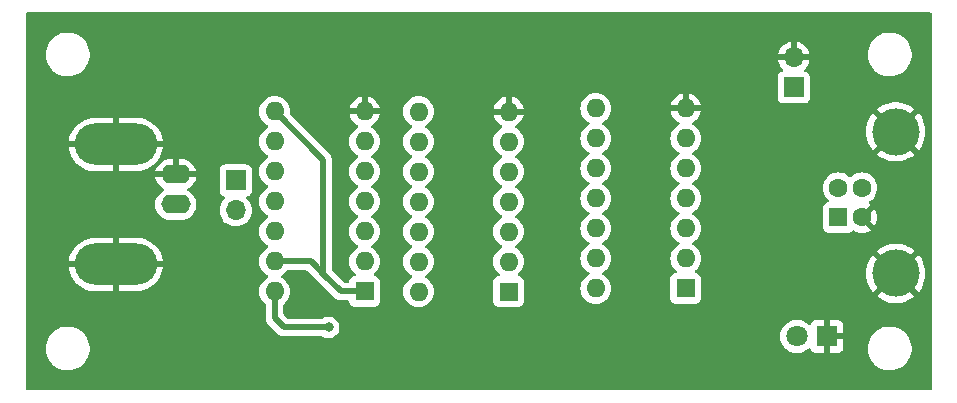
<source format=gbl>
G04 #@! TF.GenerationSoftware,KiCad,Pcbnew,7.0.8*
G04 #@! TF.CreationDate,2024-05-20T17:56:06+02:00*
G04 #@! TF.ProjectId,Generator_Cyfrowka,47656e65-7261-4746-9f72-5f437966726f,rev?*
G04 #@! TF.SameCoordinates,Original*
G04 #@! TF.FileFunction,Copper,L2,Bot*
G04 #@! TF.FilePolarity,Positive*
%FSLAX46Y46*%
G04 Gerber Fmt 4.6, Leading zero omitted, Abs format (unit mm)*
G04 Created by KiCad (PCBNEW 7.0.8) date 2024-05-20 17:56:06*
%MOMM*%
%LPD*%
G01*
G04 APERTURE LIST*
G04 #@! TA.AperFunction,ComponentPad*
%ADD10R,1.600000X1.600000*%
G04 #@! TD*
G04 #@! TA.AperFunction,ComponentPad*
%ADD11O,1.600000X1.600000*%
G04 #@! TD*
G04 #@! TA.AperFunction,ComponentPad*
%ADD12R,1.700000X1.700000*%
G04 #@! TD*
G04 #@! TA.AperFunction,ComponentPad*
%ADD13O,1.700000X1.700000*%
G04 #@! TD*
G04 #@! TA.AperFunction,ComponentPad*
%ADD14C,1.600000*%
G04 #@! TD*
G04 #@! TA.AperFunction,ComponentPad*
%ADD15C,4.000000*%
G04 #@! TD*
G04 #@! TA.AperFunction,ComponentPad*
%ADD16R,1.800000X1.800000*%
G04 #@! TD*
G04 #@! TA.AperFunction,ComponentPad*
%ADD17C,1.800000*%
G04 #@! TD*
G04 #@! TA.AperFunction,ComponentPad*
%ADD18O,2.500000X1.600000*%
G04 #@! TD*
G04 #@! TA.AperFunction,ComponentPad*
%ADD19O,7.000000X3.500000*%
G04 #@! TD*
G04 #@! TA.AperFunction,ViaPad*
%ADD20C,0.800000*%
G04 #@! TD*
G04 #@! TA.AperFunction,Conductor*
%ADD21C,0.500000*%
G04 #@! TD*
G04 APERTURE END LIST*
D10*
X74920000Y-90170000D03*
D11*
X74920000Y-87630000D03*
X74920000Y-85090000D03*
X74920000Y-82550000D03*
X74920000Y-80010000D03*
X74920000Y-77470000D03*
X74920000Y-74930000D03*
X67300000Y-74930000D03*
X67300000Y-77470000D03*
X67300000Y-80010000D03*
X67300000Y-82550000D03*
X67300000Y-85090000D03*
X67300000Y-87630000D03*
X67300000Y-90170000D03*
D10*
X102108000Y-89916000D03*
D11*
X102108000Y-87376000D03*
X102108000Y-84836000D03*
X102108000Y-82296000D03*
X102108000Y-79756000D03*
X102108000Y-77216000D03*
X102108000Y-74676000D03*
X94488000Y-74676000D03*
X94488000Y-77216000D03*
X94488000Y-79756000D03*
X94488000Y-82296000D03*
X94488000Y-84836000D03*
X94488000Y-87376000D03*
X94488000Y-89916000D03*
D10*
X87112000Y-90180000D03*
D11*
X87112000Y-87640000D03*
X87112000Y-85100000D03*
X87112000Y-82560000D03*
X87112000Y-80020000D03*
X87112000Y-77480000D03*
X87112000Y-74940000D03*
X79492000Y-74940000D03*
X79492000Y-77480000D03*
X79492000Y-80020000D03*
X79492000Y-82560000D03*
X79492000Y-85100000D03*
X79492000Y-87640000D03*
X79492000Y-90180000D03*
D12*
X111252000Y-72898000D03*
D13*
X111252000Y-70358000D03*
D12*
X64008000Y-80767000D03*
D13*
X64008000Y-83307000D03*
D10*
X115028000Y-83896000D03*
D14*
X115028000Y-81396000D03*
X117028000Y-81396000D03*
X117028000Y-83896000D03*
D15*
X119888000Y-76646000D03*
X119888000Y-88646000D03*
D16*
X114046000Y-93980000D03*
D17*
X111506000Y-93980000D03*
D18*
X58928000Y-82804000D03*
D19*
X53848000Y-77724000D03*
D18*
X58928000Y-80264000D03*
D19*
X53848000Y-87884000D03*
D20*
X105664000Y-74422000D03*
X77216000Y-82550000D03*
X77470000Y-92456000D03*
X104140000Y-76454000D03*
X61976000Y-92456000D03*
X81788000Y-90170000D03*
X89154000Y-91440000D03*
X63500000Y-77216000D03*
X81788000Y-80010000D03*
X99568000Y-92710000D03*
X64770000Y-89154000D03*
X74930000Y-93218000D03*
X89662000Y-82550000D03*
X84836000Y-85090000D03*
X99822000Y-77216000D03*
X99822000Y-82042000D03*
X91948000Y-92710000D03*
X96774000Y-87630000D03*
X72644000Y-76200000D03*
X88646000Y-71882000D03*
X105664000Y-92202000D03*
X101854000Y-92710000D03*
X89662000Y-77470000D03*
X67056000Y-72898000D03*
X71882000Y-93218000D03*
D21*
X68072000Y-93218000D02*
X67300000Y-92446000D01*
X67300000Y-92446000D02*
X67300000Y-90170000D01*
X71882000Y-93218000D02*
X68072000Y-93218000D01*
X71501000Y-88773000D02*
X72898000Y-90170000D01*
X67300000Y-87630000D02*
X70358000Y-87630000D01*
X70358000Y-87630000D02*
X70612000Y-87884000D01*
X72898000Y-90170000D02*
X74920000Y-90170000D01*
X67300000Y-74930000D02*
X71374000Y-79004000D01*
X70612000Y-87884000D02*
X71501000Y-88773000D01*
X71374000Y-79004000D02*
X71374000Y-88646000D01*
X71374000Y-88646000D02*
X71501000Y-88773000D01*
G04 #@! TA.AperFunction,Conductor*
G36*
X122878539Y-66568185D02*
G01*
X122924294Y-66620989D01*
X122935500Y-66672500D01*
X122935500Y-98427500D01*
X122915815Y-98494539D01*
X122863011Y-98540294D01*
X122811500Y-98551500D01*
X46352500Y-98551500D01*
X46285461Y-98531815D01*
X46239706Y-98479011D01*
X46228500Y-98427500D01*
X46228500Y-95063763D01*
X47929787Y-95063763D01*
X47959413Y-95333013D01*
X47959415Y-95333024D01*
X48027926Y-95595082D01*
X48027928Y-95595088D01*
X48133870Y-95844390D01*
X48205998Y-95962575D01*
X48274979Y-96075605D01*
X48274986Y-96075615D01*
X48448253Y-96283819D01*
X48448259Y-96283824D01*
X48649998Y-96464582D01*
X48875910Y-96614044D01*
X49121176Y-96729020D01*
X49121183Y-96729022D01*
X49121185Y-96729023D01*
X49380557Y-96807057D01*
X49380564Y-96807058D01*
X49380569Y-96807060D01*
X49648561Y-96846500D01*
X49648566Y-96846500D01*
X49851636Y-96846500D01*
X49903133Y-96842730D01*
X50054156Y-96831677D01*
X50166758Y-96806593D01*
X50318546Y-96772782D01*
X50318548Y-96772781D01*
X50318553Y-96772780D01*
X50571558Y-96676014D01*
X50807777Y-96543441D01*
X51022177Y-96377888D01*
X51210186Y-96182881D01*
X51367799Y-95962579D01*
X51441787Y-95818669D01*
X51491649Y-95721690D01*
X51491651Y-95721684D01*
X51491656Y-95721675D01*
X51579118Y-95465305D01*
X51628319Y-95198933D01*
X51638212Y-94928235D01*
X51608586Y-94658982D01*
X51540072Y-94396912D01*
X51434130Y-94147610D01*
X51293018Y-93916390D01*
X51271795Y-93890888D01*
X51119746Y-93708180D01*
X51119740Y-93708175D01*
X50918002Y-93527418D01*
X50692092Y-93377957D01*
X50692090Y-93377956D01*
X50446824Y-93262980D01*
X50446819Y-93262978D01*
X50446814Y-93262976D01*
X50187442Y-93184942D01*
X50187428Y-93184939D01*
X50071791Y-93167921D01*
X49919439Y-93145500D01*
X49716369Y-93145500D01*
X49716364Y-93145500D01*
X49513844Y-93160323D01*
X49513831Y-93160325D01*
X49249453Y-93219217D01*
X49249446Y-93219220D01*
X48996439Y-93315987D01*
X48760226Y-93448557D01*
X48545822Y-93614112D01*
X48357822Y-93809109D01*
X48357816Y-93809116D01*
X48200202Y-94029419D01*
X48200199Y-94029424D01*
X48076350Y-94270309D01*
X48076343Y-94270327D01*
X47988884Y-94526685D01*
X47988881Y-94526699D01*
X47939681Y-94793068D01*
X47939680Y-94793075D01*
X47929787Y-95063763D01*
X46228500Y-95063763D01*
X46228500Y-90170001D01*
X65994532Y-90170001D01*
X66014364Y-90396686D01*
X66014366Y-90396697D01*
X66073258Y-90616488D01*
X66073261Y-90616497D01*
X66169431Y-90822732D01*
X66169432Y-90822734D01*
X66299954Y-91009141D01*
X66460859Y-91170046D01*
X66496621Y-91195086D01*
X66540247Y-91249662D01*
X66549500Y-91296662D01*
X66549500Y-92382294D01*
X66548191Y-92400263D01*
X66544710Y-92424025D01*
X66549264Y-92476064D01*
X66549500Y-92481470D01*
X66549500Y-92489709D01*
X66553306Y-92522274D01*
X66560000Y-92598791D01*
X66561461Y-92605867D01*
X66561403Y-92605878D01*
X66563034Y-92613237D01*
X66563092Y-92613224D01*
X66564757Y-92620250D01*
X66591025Y-92692424D01*
X66615185Y-92765331D01*
X66618236Y-92771874D01*
X66618182Y-92771898D01*
X66621470Y-92778688D01*
X66621521Y-92778663D01*
X66624761Y-92785113D01*
X66624762Y-92785114D01*
X66624763Y-92785117D01*
X66636874Y-92803531D01*
X66666965Y-92849283D01*
X66707287Y-92914655D01*
X66711766Y-92920319D01*
X66711719Y-92920356D01*
X66716482Y-92926202D01*
X66716528Y-92926164D01*
X66721173Y-92931700D01*
X66777017Y-92984385D01*
X67496270Y-93703638D01*
X67508051Y-93717270D01*
X67522388Y-93736528D01*
X67562409Y-93770111D01*
X67566397Y-93773766D01*
X67572216Y-93779585D01*
X67572220Y-93779588D01*
X67572223Y-93779591D01*
X67597959Y-93799940D01*
X67656786Y-93849302D01*
X67656787Y-93849302D01*
X67656789Y-93849304D01*
X67662818Y-93853270D01*
X67662785Y-93853319D01*
X67669147Y-93857372D01*
X67669179Y-93857321D01*
X67675319Y-93861108D01*
X67675323Y-93861111D01*
X67710132Y-93877343D01*
X67744941Y-93893575D01*
X67790358Y-93916384D01*
X67813567Y-93928040D01*
X67813569Y-93928040D01*
X67820357Y-93930511D01*
X67820336Y-93930567D01*
X67827457Y-93933043D01*
X67827476Y-93932986D01*
X67834322Y-93935254D01*
X67834327Y-93935257D01*
X67834332Y-93935258D01*
X67834335Y-93935259D01*
X67909565Y-93950792D01*
X67984279Y-93968500D01*
X67984282Y-93968500D01*
X67984286Y-93968501D01*
X67991453Y-93969339D01*
X67991446Y-93969398D01*
X67998944Y-93970164D01*
X67998950Y-93970105D01*
X68006139Y-93970734D01*
X68006143Y-93970733D01*
X68006144Y-93970734D01*
X68082917Y-93968500D01*
X71342663Y-93968500D01*
X71409702Y-93988185D01*
X71415548Y-93992182D01*
X71429265Y-94002148D01*
X71429270Y-94002151D01*
X71602192Y-94079142D01*
X71602197Y-94079144D01*
X71787354Y-94118500D01*
X71787355Y-94118500D01*
X71976644Y-94118500D01*
X71976646Y-94118500D01*
X72161803Y-94079144D01*
X72334730Y-94002151D01*
X72365210Y-93980006D01*
X110100700Y-93980006D01*
X110119864Y-94211297D01*
X110119866Y-94211308D01*
X110176842Y-94436300D01*
X110270075Y-94648848D01*
X110397016Y-94843147D01*
X110397019Y-94843151D01*
X110397021Y-94843153D01*
X110554216Y-95013913D01*
X110554219Y-95013915D01*
X110554222Y-95013918D01*
X110737365Y-95156464D01*
X110737371Y-95156468D01*
X110737374Y-95156470D01*
X110941497Y-95266936D01*
X111055487Y-95306068D01*
X111161015Y-95342297D01*
X111161017Y-95342297D01*
X111161019Y-95342298D01*
X111389951Y-95380500D01*
X111389952Y-95380500D01*
X111622048Y-95380500D01*
X111622049Y-95380500D01*
X111850981Y-95342298D01*
X112070503Y-95266936D01*
X112274626Y-95156470D01*
X112457784Y-95013913D01*
X112466511Y-95004432D01*
X112526394Y-94968441D01*
X112596232Y-94970538D01*
X112653850Y-95010060D01*
X112673924Y-95045080D01*
X112702645Y-95122086D01*
X112702649Y-95122093D01*
X112788809Y-95237187D01*
X112788812Y-95237190D01*
X112903906Y-95323350D01*
X112903913Y-95323354D01*
X113038620Y-95373596D01*
X113038627Y-95373598D01*
X113098155Y-95379999D01*
X113098172Y-95380000D01*
X113796000Y-95380000D01*
X113796000Y-94354189D01*
X113848547Y-94390016D01*
X113978173Y-94430000D01*
X114079724Y-94430000D01*
X114180138Y-94414865D01*
X114296000Y-94359068D01*
X114296000Y-95380000D01*
X114993828Y-95380000D01*
X114993844Y-95379999D01*
X115053372Y-95373598D01*
X115053379Y-95373596D01*
X115188086Y-95323354D01*
X115188093Y-95323350D01*
X115303187Y-95237190D01*
X115303190Y-95237187D01*
X115389350Y-95122093D01*
X115389354Y-95122086D01*
X115411107Y-95063763D01*
X117525787Y-95063763D01*
X117555413Y-95333013D01*
X117555415Y-95333024D01*
X117623926Y-95595082D01*
X117623928Y-95595088D01*
X117729870Y-95844390D01*
X117801998Y-95962575D01*
X117870979Y-96075605D01*
X117870986Y-96075615D01*
X118044253Y-96283819D01*
X118044259Y-96283824D01*
X118245998Y-96464582D01*
X118471910Y-96614044D01*
X118717176Y-96729020D01*
X118717183Y-96729022D01*
X118717185Y-96729023D01*
X118976557Y-96807057D01*
X118976564Y-96807058D01*
X118976569Y-96807060D01*
X119244561Y-96846500D01*
X119244566Y-96846500D01*
X119447636Y-96846500D01*
X119499133Y-96842730D01*
X119650156Y-96831677D01*
X119762758Y-96806593D01*
X119914546Y-96772782D01*
X119914548Y-96772781D01*
X119914553Y-96772780D01*
X120167558Y-96676014D01*
X120403777Y-96543441D01*
X120618177Y-96377888D01*
X120806186Y-96182881D01*
X120963799Y-95962579D01*
X121037787Y-95818669D01*
X121087649Y-95721690D01*
X121087651Y-95721684D01*
X121087656Y-95721675D01*
X121175118Y-95465305D01*
X121224319Y-95198933D01*
X121234212Y-94928235D01*
X121204586Y-94658982D01*
X121136072Y-94396912D01*
X121030130Y-94147610D01*
X120889018Y-93916390D01*
X120867795Y-93890888D01*
X120715746Y-93708180D01*
X120715740Y-93708175D01*
X120514002Y-93527418D01*
X120288092Y-93377957D01*
X120288090Y-93377956D01*
X120042824Y-93262980D01*
X120042819Y-93262978D01*
X120042814Y-93262976D01*
X119783442Y-93184942D01*
X119783428Y-93184939D01*
X119667791Y-93167921D01*
X119515439Y-93145500D01*
X119312369Y-93145500D01*
X119312364Y-93145500D01*
X119109844Y-93160323D01*
X119109831Y-93160325D01*
X118845453Y-93219217D01*
X118845446Y-93219220D01*
X118592439Y-93315987D01*
X118356226Y-93448557D01*
X118141822Y-93614112D01*
X117953822Y-93809109D01*
X117953816Y-93809116D01*
X117796202Y-94029419D01*
X117796199Y-94029424D01*
X117672350Y-94270309D01*
X117672343Y-94270327D01*
X117584884Y-94526685D01*
X117584881Y-94526699D01*
X117535681Y-94793068D01*
X117535680Y-94793075D01*
X117525787Y-95063763D01*
X115411107Y-95063763D01*
X115439596Y-94987379D01*
X115439598Y-94987372D01*
X115445999Y-94927844D01*
X115446000Y-94927827D01*
X115446000Y-94230000D01*
X114421278Y-94230000D01*
X114469625Y-94146260D01*
X114499810Y-94014008D01*
X114489673Y-93878735D01*
X114440113Y-93752459D01*
X114422203Y-93730000D01*
X115446000Y-93730000D01*
X115446000Y-93032172D01*
X115445999Y-93032155D01*
X115439598Y-92972627D01*
X115439596Y-92972620D01*
X115389354Y-92837913D01*
X115389350Y-92837906D01*
X115303190Y-92722812D01*
X115303187Y-92722809D01*
X115188093Y-92636649D01*
X115188086Y-92636645D01*
X115053379Y-92586403D01*
X115053372Y-92586401D01*
X114993844Y-92580000D01*
X114296000Y-92580000D01*
X114296000Y-93605810D01*
X114243453Y-93569984D01*
X114113827Y-93530000D01*
X114012276Y-93530000D01*
X113911862Y-93545135D01*
X113796000Y-93600931D01*
X113796000Y-92580000D01*
X113098155Y-92580000D01*
X113038627Y-92586401D01*
X113038620Y-92586403D01*
X112903913Y-92636645D01*
X112903906Y-92636649D01*
X112788812Y-92722809D01*
X112788809Y-92722812D01*
X112702649Y-92837906D01*
X112702646Y-92837911D01*
X112673924Y-92914920D01*
X112632052Y-92970853D01*
X112566588Y-92995270D01*
X112498315Y-92980418D01*
X112466514Y-92955571D01*
X112457784Y-92946087D01*
X112457779Y-92946083D01*
X112457777Y-92946081D01*
X112274634Y-92803535D01*
X112274628Y-92803531D01*
X112070504Y-92693064D01*
X112070495Y-92693061D01*
X111850984Y-92617702D01*
X111663404Y-92586401D01*
X111622049Y-92579500D01*
X111389951Y-92579500D01*
X111348596Y-92586401D01*
X111161015Y-92617702D01*
X110941504Y-92693061D01*
X110941495Y-92693064D01*
X110737371Y-92803531D01*
X110737365Y-92803535D01*
X110554222Y-92946081D01*
X110554219Y-92946084D01*
X110554216Y-92946086D01*
X110554216Y-92946087D01*
X110529791Y-92972620D01*
X110397016Y-93116852D01*
X110270075Y-93311151D01*
X110176842Y-93523699D01*
X110119866Y-93748691D01*
X110119864Y-93748702D01*
X110100700Y-93979993D01*
X110100700Y-93980006D01*
X72365210Y-93980006D01*
X72487871Y-93890888D01*
X72614533Y-93750216D01*
X72709179Y-93586284D01*
X72767674Y-93406256D01*
X72787460Y-93218000D01*
X72767674Y-93029744D01*
X72709179Y-92849716D01*
X72614533Y-92685784D01*
X72487871Y-92545112D01*
X72487870Y-92545111D01*
X72334734Y-92433851D01*
X72334729Y-92433848D01*
X72161807Y-92356857D01*
X72161802Y-92356855D01*
X72016001Y-92325865D01*
X71976646Y-92317500D01*
X71787354Y-92317500D01*
X71754897Y-92324398D01*
X71602197Y-92356855D01*
X71602192Y-92356857D01*
X71429270Y-92433848D01*
X71429265Y-92433851D01*
X71415548Y-92443818D01*
X71349742Y-92467298D01*
X71342663Y-92467500D01*
X68434229Y-92467500D01*
X68367190Y-92447815D01*
X68346548Y-92431181D01*
X68086819Y-92171451D01*
X68053334Y-92110128D01*
X68050500Y-92083770D01*
X68050500Y-91296662D01*
X68070185Y-91229623D01*
X68103379Y-91195086D01*
X68139140Y-91170046D01*
X68300045Y-91009141D01*
X68300047Y-91009139D01*
X68430568Y-90822734D01*
X68526739Y-90616496D01*
X68585635Y-90396692D01*
X68605468Y-90170000D01*
X68585635Y-89943308D01*
X68529420Y-89733511D01*
X68526741Y-89723511D01*
X68526738Y-89723502D01*
X68510790Y-89689302D01*
X68430568Y-89517266D01*
X68300934Y-89332128D01*
X68300045Y-89330858D01*
X68139141Y-89169954D01*
X67952734Y-89039432D01*
X67952728Y-89039429D01*
X67916325Y-89022454D01*
X67894724Y-89012381D01*
X67842285Y-88966210D01*
X67823133Y-88899017D01*
X67843348Y-88832135D01*
X67894725Y-88787618D01*
X67899415Y-88785431D01*
X67952734Y-88760568D01*
X68139139Y-88630047D01*
X68300047Y-88469139D01*
X68325088Y-88433377D01*
X68379665Y-88389752D01*
X68426663Y-88380500D01*
X69995770Y-88380500D01*
X70062809Y-88400185D01*
X70083451Y-88416819D01*
X70780141Y-89113509D01*
X70790482Y-89126202D01*
X70790528Y-89126164D01*
X70795173Y-89131700D01*
X70851016Y-89184385D01*
X70879652Y-89213020D01*
X70908288Y-89241656D01*
X71619935Y-89953302D01*
X72322267Y-90655634D01*
X72334048Y-90669266D01*
X72348390Y-90688530D01*
X72388420Y-90722119D01*
X72392392Y-90725759D01*
X72398223Y-90731590D01*
X72398222Y-90731590D01*
X72423944Y-90751927D01*
X72482786Y-90801302D01*
X72482794Y-90801306D01*
X72488824Y-90805273D01*
X72488790Y-90805323D01*
X72495137Y-90809366D01*
X72495169Y-90809316D01*
X72501318Y-90813108D01*
X72501320Y-90813109D01*
X72501323Y-90813111D01*
X72570930Y-90845569D01*
X72639567Y-90880040D01*
X72639576Y-90880042D01*
X72646355Y-90882510D01*
X72646334Y-90882567D01*
X72653451Y-90885040D01*
X72653470Y-90884984D01*
X72660330Y-90887257D01*
X72735532Y-90902784D01*
X72810279Y-90920500D01*
X72810288Y-90920500D01*
X72817452Y-90921338D01*
X72817445Y-90921397D01*
X72824946Y-90922163D01*
X72824952Y-90922104D01*
X72832140Y-90922733D01*
X72832143Y-90922732D01*
X72832144Y-90922733D01*
X72908898Y-90920500D01*
X73497649Y-90920500D01*
X73564688Y-90940185D01*
X73610443Y-90992989D01*
X73620939Y-91031248D01*
X73625908Y-91077483D01*
X73676202Y-91212328D01*
X73676206Y-91212335D01*
X73762452Y-91327544D01*
X73762455Y-91327547D01*
X73877664Y-91413793D01*
X73877671Y-91413797D01*
X74012517Y-91464091D01*
X74012516Y-91464091D01*
X74019444Y-91464835D01*
X74072127Y-91470500D01*
X75767872Y-91470499D01*
X75827483Y-91464091D01*
X75962331Y-91413796D01*
X76077546Y-91327546D01*
X76163796Y-91212331D01*
X76214091Y-91077483D01*
X76220500Y-91017873D01*
X76220500Y-90180001D01*
X78186532Y-90180001D01*
X78206364Y-90406686D01*
X78206366Y-90406697D01*
X78265258Y-90626488D01*
X78265261Y-90626497D01*
X78361431Y-90832732D01*
X78361432Y-90832734D01*
X78491954Y-91019141D01*
X78652858Y-91180045D01*
X78652861Y-91180047D01*
X78839266Y-91310568D01*
X79045504Y-91406739D01*
X79265308Y-91465635D01*
X79427230Y-91479801D01*
X79491998Y-91485468D01*
X79492000Y-91485468D01*
X79492002Y-91485468D01*
X79548807Y-91480498D01*
X79718692Y-91465635D01*
X79938496Y-91406739D01*
X80144734Y-91310568D01*
X80331139Y-91180047D01*
X80492047Y-91019139D01*
X80622568Y-90832734D01*
X80718739Y-90626496D01*
X80777635Y-90406692D01*
X80797468Y-90180000D01*
X80794203Y-90142686D01*
X80789931Y-90093848D01*
X80777635Y-89953308D01*
X80718739Y-89733504D01*
X80622568Y-89527266D01*
X80492047Y-89340861D01*
X80492045Y-89340858D01*
X80331141Y-89179954D01*
X80144734Y-89049432D01*
X80144728Y-89049429D01*
X80086882Y-89022455D01*
X80086724Y-89022381D01*
X80034285Y-88976210D01*
X80015133Y-88909017D01*
X80035348Y-88842135D01*
X80086725Y-88797618D01*
X80144734Y-88770568D01*
X80331139Y-88640047D01*
X80492047Y-88479139D01*
X80622568Y-88292734D01*
X80718739Y-88086496D01*
X80777635Y-87866692D01*
X80797468Y-87640001D01*
X85806532Y-87640001D01*
X85826364Y-87866686D01*
X85826366Y-87866697D01*
X85885258Y-88086488D01*
X85885261Y-88086497D01*
X85981431Y-88292732D01*
X85981432Y-88292734D01*
X86111954Y-88479141D01*
X86272858Y-88640045D01*
X86297462Y-88657273D01*
X86341087Y-88711849D01*
X86348281Y-88781348D01*
X86316758Y-88843703D01*
X86256529Y-88879117D01*
X86239593Y-88882138D01*
X86204516Y-88885908D01*
X86069671Y-88936202D01*
X86069664Y-88936206D01*
X85954455Y-89022452D01*
X85954452Y-89022455D01*
X85868206Y-89137664D01*
X85868202Y-89137671D01*
X85817908Y-89272517D01*
X85812575Y-89322127D01*
X85811501Y-89332123D01*
X85811500Y-89332135D01*
X85811500Y-91027870D01*
X85811501Y-91027876D01*
X85817908Y-91087483D01*
X85868202Y-91222328D01*
X85868206Y-91222335D01*
X85954452Y-91337544D01*
X85954455Y-91337547D01*
X86069664Y-91423793D01*
X86069671Y-91423797D01*
X86204517Y-91474091D01*
X86204516Y-91474091D01*
X86211444Y-91474835D01*
X86264127Y-91480500D01*
X87959872Y-91480499D01*
X88019483Y-91474091D01*
X88154331Y-91423796D01*
X88269546Y-91337546D01*
X88355796Y-91222331D01*
X88406091Y-91087483D01*
X88412500Y-91027873D01*
X88412499Y-89916001D01*
X93182532Y-89916001D01*
X93202364Y-90142686D01*
X93202366Y-90142697D01*
X93261258Y-90362488D01*
X93261261Y-90362497D01*
X93357431Y-90568732D01*
X93357432Y-90568734D01*
X93487954Y-90755141D01*
X93648858Y-90916045D01*
X93656417Y-90921338D01*
X93835266Y-91046568D01*
X94041504Y-91142739D01*
X94041509Y-91142740D01*
X94041511Y-91142741D01*
X94053674Y-91146000D01*
X94261308Y-91201635D01*
X94423230Y-91215801D01*
X94487998Y-91221468D01*
X94488000Y-91221468D01*
X94488002Y-91221468D01*
X94544807Y-91216498D01*
X94714692Y-91201635D01*
X94934496Y-91142739D01*
X95140734Y-91046568D01*
X95327139Y-90916047D01*
X95488047Y-90755139D01*
X95618568Y-90568734D01*
X95714739Y-90362496D01*
X95773635Y-90142692D01*
X95793468Y-89916000D01*
X95791776Y-89896666D01*
X95777502Y-89733511D01*
X95773635Y-89689308D01*
X95714739Y-89469504D01*
X95618568Y-89263266D01*
X95488047Y-89076861D01*
X95488045Y-89076858D01*
X95327141Y-88915954D01*
X95140734Y-88785432D01*
X95140728Y-88785429D01*
X95110531Y-88771348D01*
X95082724Y-88758381D01*
X95030285Y-88712210D01*
X95011133Y-88645017D01*
X95031348Y-88578135D01*
X95082725Y-88533618D01*
X95140734Y-88506568D01*
X95327139Y-88376047D01*
X95488047Y-88215139D01*
X95618568Y-88028734D01*
X95714739Y-87822496D01*
X95773635Y-87602692D01*
X95793468Y-87376001D01*
X100802532Y-87376001D01*
X100822364Y-87602686D01*
X100822366Y-87602697D01*
X100881258Y-87822488D01*
X100881261Y-87822497D01*
X100977431Y-88028732D01*
X100977432Y-88028734D01*
X101107954Y-88215141D01*
X101268858Y-88376045D01*
X101293462Y-88393273D01*
X101337087Y-88447849D01*
X101344281Y-88517348D01*
X101312758Y-88579703D01*
X101252529Y-88615117D01*
X101235593Y-88618138D01*
X101200516Y-88621908D01*
X101065671Y-88672202D01*
X101065664Y-88672206D01*
X100950455Y-88758452D01*
X100950452Y-88758455D01*
X100864206Y-88873664D01*
X100864202Y-88873671D01*
X100813908Y-89008517D01*
X100812410Y-89022455D01*
X100807501Y-89068123D01*
X100807500Y-89068135D01*
X100807500Y-90763870D01*
X100807501Y-90763876D01*
X100813908Y-90823483D01*
X100864202Y-90958328D01*
X100864206Y-90958335D01*
X100950452Y-91073544D01*
X100950455Y-91073547D01*
X101065664Y-91159793D01*
X101065671Y-91159797D01*
X101200517Y-91210091D01*
X101200516Y-91210091D01*
X101207444Y-91210835D01*
X101260127Y-91216500D01*
X102955872Y-91216499D01*
X103015483Y-91210091D01*
X103150331Y-91159796D01*
X103265546Y-91073546D01*
X103351796Y-90958331D01*
X103402091Y-90823483D01*
X103408500Y-90763873D01*
X103408499Y-89068128D01*
X103402514Y-89012452D01*
X103402091Y-89008516D01*
X103351797Y-88873671D01*
X103351793Y-88873664D01*
X103265547Y-88758455D01*
X103265544Y-88758452D01*
X103150335Y-88672206D01*
X103150328Y-88672202D01*
X103080090Y-88646005D01*
X117383057Y-88646005D01*
X117402807Y-88959942D01*
X117402808Y-88959949D01*
X117461755Y-89268958D01*
X117558963Y-89568132D01*
X117558965Y-89568137D01*
X117692900Y-89852761D01*
X117692903Y-89852767D01*
X117861454Y-90118362D01*
X117861460Y-90118371D01*
X117952286Y-90228160D01*
X118917438Y-89263007D01*
X118966348Y-89341999D01*
X119109931Y-89499501D01*
X119268388Y-89619163D01*
X118302971Y-90584579D01*
X118302972Y-90584581D01*
X118545772Y-90760985D01*
X118545790Y-90760996D01*
X118821447Y-90912540D01*
X118821455Y-90912544D01*
X119113926Y-91028340D01*
X119418620Y-91106573D01*
X119418629Y-91106575D01*
X119730701Y-91145999D01*
X119730715Y-91146000D01*
X120045285Y-91146000D01*
X120045298Y-91145999D01*
X120357370Y-91106575D01*
X120357379Y-91106573D01*
X120662073Y-91028340D01*
X120954544Y-90912544D01*
X120954552Y-90912540D01*
X121230209Y-90760996D01*
X121230219Y-90760990D01*
X121473026Y-90584579D01*
X121473027Y-90584579D01*
X120507611Y-89619163D01*
X120666069Y-89499501D01*
X120809652Y-89341999D01*
X120858560Y-89263008D01*
X121823712Y-90228160D01*
X121914546Y-90118362D01*
X122083096Y-89852767D01*
X122083099Y-89852761D01*
X122217034Y-89568137D01*
X122217036Y-89568132D01*
X122314244Y-89268958D01*
X122373191Y-88959949D01*
X122373192Y-88959942D01*
X122392943Y-88646005D01*
X122392943Y-88645994D01*
X122373192Y-88332057D01*
X122373191Y-88332050D01*
X122314244Y-88023041D01*
X122217036Y-87723867D01*
X122217034Y-87723862D01*
X122083099Y-87439238D01*
X122083096Y-87439232D01*
X121914542Y-87173632D01*
X121914539Y-87173628D01*
X121823712Y-87063838D01*
X120858560Y-88028991D01*
X120809652Y-87950001D01*
X120666069Y-87792499D01*
X120507611Y-87672836D01*
X121473027Y-86707419D01*
X121473026Y-86707417D01*
X121230227Y-86531014D01*
X121230209Y-86531003D01*
X120954552Y-86379459D01*
X120954544Y-86379455D01*
X120662073Y-86263659D01*
X120357379Y-86185426D01*
X120357370Y-86185424D01*
X120045298Y-86146000D01*
X119730701Y-86146000D01*
X119418629Y-86185424D01*
X119418620Y-86185426D01*
X119113926Y-86263659D01*
X118821455Y-86379455D01*
X118821447Y-86379459D01*
X118545787Y-86531004D01*
X118545782Y-86531007D01*
X118302972Y-86707418D01*
X118302971Y-86707419D01*
X119268388Y-87672836D01*
X119109931Y-87792499D01*
X118966348Y-87950001D01*
X118917439Y-88028991D01*
X117952286Y-87063838D01*
X117952285Y-87063838D01*
X117861459Y-87173629D01*
X117861457Y-87173632D01*
X117692903Y-87439232D01*
X117692900Y-87439238D01*
X117558965Y-87723862D01*
X117558963Y-87723867D01*
X117461755Y-88023041D01*
X117402808Y-88332050D01*
X117402807Y-88332057D01*
X117383057Y-88645994D01*
X117383057Y-88646005D01*
X103080090Y-88646005D01*
X103015482Y-88621908D01*
X103015483Y-88621908D01*
X102980404Y-88618137D01*
X102915853Y-88591399D01*
X102876005Y-88534006D01*
X102873512Y-88464181D01*
X102909165Y-88404092D01*
X102922539Y-88393272D01*
X102947140Y-88376046D01*
X103108045Y-88215141D01*
X103108047Y-88215139D01*
X103238568Y-88028734D01*
X103334739Y-87822496D01*
X103393635Y-87602692D01*
X103413468Y-87376000D01*
X103393635Y-87149308D01*
X103341754Y-86955684D01*
X103334741Y-86929511D01*
X103334738Y-86929502D01*
X103330375Y-86920145D01*
X103238568Y-86723266D01*
X103108047Y-86536861D01*
X103108045Y-86536858D01*
X102947141Y-86375954D01*
X102760734Y-86245432D01*
X102760728Y-86245429D01*
X102733038Y-86232517D01*
X102702724Y-86218381D01*
X102650285Y-86172210D01*
X102631133Y-86105017D01*
X102651348Y-86038135D01*
X102702725Y-85993618D01*
X102760734Y-85966568D01*
X102947139Y-85836047D01*
X103108047Y-85675139D01*
X103238568Y-85488734D01*
X103334739Y-85282496D01*
X103393635Y-85062692D01*
X103413468Y-84836000D01*
X103393635Y-84609308D01*
X103334739Y-84389504D01*
X103238568Y-84183266D01*
X103108047Y-83996861D01*
X103108045Y-83996858D01*
X102947141Y-83835954D01*
X102760734Y-83705432D01*
X102760728Y-83705429D01*
X102733038Y-83692517D01*
X102702724Y-83678381D01*
X102650285Y-83632210D01*
X102631133Y-83565017D01*
X102651348Y-83498135D01*
X102702725Y-83453618D01*
X102711185Y-83449673D01*
X102760734Y-83426568D01*
X102947139Y-83296047D01*
X103108047Y-83135139D01*
X103238568Y-82948734D01*
X103334739Y-82742496D01*
X103393635Y-82522692D01*
X103413468Y-82296000D01*
X103411062Y-82268505D01*
X103403552Y-82182659D01*
X103393635Y-82069308D01*
X103334739Y-81849504D01*
X103238568Y-81643266D01*
X103108047Y-81456861D01*
X103108045Y-81456858D01*
X103047188Y-81396001D01*
X113722532Y-81396001D01*
X113742364Y-81622686D01*
X113742366Y-81622697D01*
X113801258Y-81842488D01*
X113801261Y-81842497D01*
X113897431Y-82048732D01*
X113897432Y-82048734D01*
X114027954Y-82235141D01*
X114185086Y-82392273D01*
X114218571Y-82453596D01*
X114213587Y-82523288D01*
X114171715Y-82579221D01*
X114125932Y-82600628D01*
X114120522Y-82601906D01*
X113985671Y-82652202D01*
X113985664Y-82652206D01*
X113870455Y-82738452D01*
X113870452Y-82738455D01*
X113784206Y-82853664D01*
X113784202Y-82853671D01*
X113733908Y-82988517D01*
X113727501Y-83048116D01*
X113727500Y-83048135D01*
X113727500Y-84743870D01*
X113727501Y-84743876D01*
X113733908Y-84803483D01*
X113784202Y-84938328D01*
X113784206Y-84938335D01*
X113870452Y-85053544D01*
X113870455Y-85053547D01*
X113985664Y-85139793D01*
X113985671Y-85139797D01*
X114120517Y-85190091D01*
X114120516Y-85190091D01*
X114127444Y-85190835D01*
X114180127Y-85196500D01*
X115875872Y-85196499D01*
X115935483Y-85190091D01*
X116070331Y-85139796D01*
X116185546Y-85053546D01*
X116192350Y-85044455D01*
X116248280Y-85002584D01*
X116317971Y-84997597D01*
X116362740Y-85017188D01*
X116375512Y-85026130D01*
X116375518Y-85026134D01*
X116581673Y-85122265D01*
X116581682Y-85122269D01*
X116801389Y-85181139D01*
X116801400Y-85181141D01*
X117027998Y-85200966D01*
X117028002Y-85200966D01*
X117254599Y-85181141D01*
X117254610Y-85181139D01*
X117474317Y-85122269D01*
X117474331Y-85122264D01*
X117680478Y-85026136D01*
X117753472Y-84975025D01*
X117138451Y-84360004D01*
X117163199Y-84356446D01*
X117287445Y-84299705D01*
X117390673Y-84210258D01*
X117464519Y-84095351D01*
X117490935Y-84005382D01*
X118107025Y-84621472D01*
X118158136Y-84548478D01*
X118254264Y-84342331D01*
X118254269Y-84342317D01*
X118313139Y-84122610D01*
X118313141Y-84122599D01*
X118332966Y-83896002D01*
X118332966Y-83895997D01*
X118313141Y-83669400D01*
X118313139Y-83669389D01*
X118254269Y-83449682D01*
X118254265Y-83449673D01*
X118158133Y-83243516D01*
X118158131Y-83243512D01*
X118107026Y-83170526D01*
X118107025Y-83170526D01*
X117490935Y-83786616D01*
X117464519Y-83696649D01*
X117390673Y-83581742D01*
X117287445Y-83492295D01*
X117163199Y-83435554D01*
X117138451Y-83431995D01*
X117753472Y-82816974D01*
X117753471Y-82816973D01*
X117680483Y-82765866D01*
X117680481Y-82765865D01*
X117665023Y-82758657D01*
X117612584Y-82712484D01*
X117593432Y-82645290D01*
X117613648Y-82578409D01*
X117665023Y-82533893D01*
X117680734Y-82526568D01*
X117867139Y-82396047D01*
X118028047Y-82235139D01*
X118158568Y-82048734D01*
X118254739Y-81842496D01*
X118313635Y-81622692D01*
X118333468Y-81396000D01*
X118333151Y-81392382D01*
X118319534Y-81236739D01*
X118313635Y-81169308D01*
X118254739Y-80949504D01*
X118158568Y-80743266D01*
X118028047Y-80556861D01*
X118028045Y-80556858D01*
X117867141Y-80395954D01*
X117680734Y-80265432D01*
X117680732Y-80265431D01*
X117474497Y-80169261D01*
X117474488Y-80169258D01*
X117254697Y-80110366D01*
X117254693Y-80110365D01*
X117254692Y-80110365D01*
X117254691Y-80110364D01*
X117254686Y-80110364D01*
X117028002Y-80090532D01*
X117027998Y-80090532D01*
X116801313Y-80110364D01*
X116801302Y-80110366D01*
X116581511Y-80169258D01*
X116581502Y-80169261D01*
X116375267Y-80265431D01*
X116375265Y-80265432D01*
X116188858Y-80395954D01*
X116115681Y-80469132D01*
X116054358Y-80502617D01*
X115984666Y-80497633D01*
X115940319Y-80469132D01*
X115867141Y-80395954D01*
X115680734Y-80265432D01*
X115680732Y-80265431D01*
X115474497Y-80169261D01*
X115474488Y-80169258D01*
X115254697Y-80110366D01*
X115254693Y-80110365D01*
X115254692Y-80110365D01*
X115254691Y-80110364D01*
X115254686Y-80110364D01*
X115028002Y-80090532D01*
X115027998Y-80090532D01*
X114801313Y-80110364D01*
X114801302Y-80110366D01*
X114581511Y-80169258D01*
X114581502Y-80169261D01*
X114375267Y-80265431D01*
X114375265Y-80265432D01*
X114188858Y-80395954D01*
X114027954Y-80556858D01*
X113897432Y-80743265D01*
X113897431Y-80743267D01*
X113801261Y-80949502D01*
X113801258Y-80949511D01*
X113742366Y-81169302D01*
X113742364Y-81169313D01*
X113722532Y-81395998D01*
X113722532Y-81396001D01*
X103047188Y-81396001D01*
X102947141Y-81295954D01*
X102760734Y-81165432D01*
X102760728Y-81165429D01*
X102733038Y-81152517D01*
X102702724Y-81138381D01*
X102650285Y-81092210D01*
X102631133Y-81025017D01*
X102651348Y-80958135D01*
X102702725Y-80913618D01*
X102760734Y-80886568D01*
X102947139Y-80756047D01*
X103108047Y-80595139D01*
X103238568Y-80408734D01*
X103334739Y-80202496D01*
X103393635Y-79982692D01*
X103413468Y-79756000D01*
X103411776Y-79736666D01*
X103397502Y-79573511D01*
X103393635Y-79529308D01*
X103334739Y-79309504D01*
X103238568Y-79103266D01*
X103108047Y-78916861D01*
X103108045Y-78916858D01*
X102947141Y-78755954D01*
X102760734Y-78625432D01*
X102760728Y-78625429D01*
X102733038Y-78612517D01*
X102702724Y-78598381D01*
X102650285Y-78552210D01*
X102631133Y-78485017D01*
X102651348Y-78418135D01*
X102702725Y-78373618D01*
X102760734Y-78346568D01*
X102947139Y-78216047D01*
X103108047Y-78055139D01*
X103238568Y-77868734D01*
X103334739Y-77662496D01*
X103393635Y-77442692D01*
X103413468Y-77216000D01*
X103393635Y-76989308D01*
X103341754Y-76795684D01*
X103334741Y-76769511D01*
X103334738Y-76769502D01*
X103277150Y-76646005D01*
X117383057Y-76646005D01*
X117402807Y-76959942D01*
X117402808Y-76959949D01*
X117461755Y-77268958D01*
X117558963Y-77568132D01*
X117558965Y-77568137D01*
X117692900Y-77852761D01*
X117692903Y-77852767D01*
X117861457Y-78118367D01*
X117861460Y-78118371D01*
X117952286Y-78228160D01*
X118917438Y-77263007D01*
X118966348Y-77341999D01*
X119109931Y-77499501D01*
X119268388Y-77619163D01*
X118302971Y-78584579D01*
X118302972Y-78584581D01*
X118545772Y-78760985D01*
X118545790Y-78760996D01*
X118821447Y-78912540D01*
X118821455Y-78912544D01*
X119113926Y-79028340D01*
X119418620Y-79106573D01*
X119418629Y-79106575D01*
X119730701Y-79145999D01*
X119730715Y-79146000D01*
X120045285Y-79146000D01*
X120045298Y-79145999D01*
X120357370Y-79106575D01*
X120357379Y-79106573D01*
X120662073Y-79028340D01*
X120954544Y-78912544D01*
X120954552Y-78912540D01*
X121230209Y-78760996D01*
X121230219Y-78760990D01*
X121473026Y-78584579D01*
X121473027Y-78584579D01*
X120507611Y-77619163D01*
X120666069Y-77499501D01*
X120809652Y-77341999D01*
X120858560Y-77263008D01*
X121823712Y-78228160D01*
X121914544Y-78118364D01*
X122083096Y-77852767D01*
X122083099Y-77852761D01*
X122217034Y-77568137D01*
X122217036Y-77568132D01*
X122314244Y-77268958D01*
X122373191Y-76959949D01*
X122373192Y-76959942D01*
X122392943Y-76646005D01*
X122392943Y-76645994D01*
X122373192Y-76332057D01*
X122373191Y-76332050D01*
X122314244Y-76023041D01*
X122217036Y-75723867D01*
X122217034Y-75723862D01*
X122083099Y-75439238D01*
X122083096Y-75439232D01*
X121914542Y-75173632D01*
X121914539Y-75173628D01*
X121823712Y-75063838D01*
X120858560Y-76028991D01*
X120809652Y-75950001D01*
X120666069Y-75792499D01*
X120507611Y-75672836D01*
X121473027Y-74707419D01*
X121473026Y-74707417D01*
X121230227Y-74531014D01*
X121230209Y-74531003D01*
X120954552Y-74379459D01*
X120954544Y-74379455D01*
X120662073Y-74263659D01*
X120357379Y-74185426D01*
X120357370Y-74185424D01*
X120045298Y-74146000D01*
X119730701Y-74146000D01*
X119418629Y-74185424D01*
X119418620Y-74185426D01*
X119113926Y-74263659D01*
X118821455Y-74379455D01*
X118821447Y-74379459D01*
X118545787Y-74531004D01*
X118545782Y-74531007D01*
X118302972Y-74707418D01*
X118302971Y-74707419D01*
X119268388Y-75672836D01*
X119109931Y-75792499D01*
X118966348Y-75950001D01*
X118917439Y-76028991D01*
X117952286Y-75063838D01*
X117952285Y-75063838D01*
X117861459Y-75173629D01*
X117861457Y-75173632D01*
X117692903Y-75439232D01*
X117692900Y-75439238D01*
X117558965Y-75723862D01*
X117558963Y-75723867D01*
X117461755Y-76023041D01*
X117402808Y-76332050D01*
X117402807Y-76332057D01*
X117383057Y-76645994D01*
X117383057Y-76646005D01*
X103277150Y-76646005D01*
X103238568Y-76563266D01*
X103108047Y-76376861D01*
X103108045Y-76376858D01*
X102947141Y-76215954D01*
X102760734Y-76085432D01*
X102760732Y-76085431D01*
X102749275Y-76080088D01*
X102702132Y-76058105D01*
X102649694Y-76011934D01*
X102630542Y-75944740D01*
X102650758Y-75877859D01*
X102702134Y-75833341D01*
X102760484Y-75806132D01*
X102946820Y-75675657D01*
X103107657Y-75514820D01*
X103238134Y-75328482D01*
X103334265Y-75122326D01*
X103334269Y-75122317D01*
X103386872Y-74926000D01*
X102423686Y-74926000D01*
X102435641Y-74914045D01*
X102493165Y-74801148D01*
X102512986Y-74676000D01*
X102493165Y-74550852D01*
X102435641Y-74437955D01*
X102423686Y-74426000D01*
X103386872Y-74426000D01*
X103386872Y-74425999D01*
X103334269Y-74229682D01*
X103334265Y-74229673D01*
X103238134Y-74023517D01*
X103107657Y-73837179D01*
X103066348Y-73795870D01*
X109901500Y-73795870D01*
X109901501Y-73795876D01*
X109907908Y-73855483D01*
X109958202Y-73990328D01*
X109958206Y-73990335D01*
X110044452Y-74105544D01*
X110044455Y-74105547D01*
X110159664Y-74191793D01*
X110159671Y-74191797D01*
X110294517Y-74242091D01*
X110294516Y-74242091D01*
X110301444Y-74242835D01*
X110354127Y-74248500D01*
X112149872Y-74248499D01*
X112209483Y-74242091D01*
X112344331Y-74191796D01*
X112459546Y-74105546D01*
X112545796Y-73990331D01*
X112596091Y-73855483D01*
X112602500Y-73795873D01*
X112602499Y-72000128D01*
X112596091Y-71940517D01*
X112595777Y-71939676D01*
X112545797Y-71805671D01*
X112545793Y-71805664D01*
X112459547Y-71690455D01*
X112459544Y-71690452D01*
X112344335Y-71604206D01*
X112344328Y-71604202D01*
X112212401Y-71554997D01*
X112156467Y-71513126D01*
X112132050Y-71447662D01*
X112146902Y-71379389D01*
X112168053Y-71351133D01*
X112290108Y-71229078D01*
X112425600Y-71035578D01*
X112525429Y-70821492D01*
X112525432Y-70821486D01*
X112582636Y-70608000D01*
X111685686Y-70608000D01*
X111711493Y-70567844D01*
X111752000Y-70429889D01*
X111752000Y-70286111D01*
X111718425Y-70171763D01*
X117525787Y-70171763D01*
X117555413Y-70441013D01*
X117555415Y-70441024D01*
X117620192Y-70688798D01*
X117623928Y-70703088D01*
X117729870Y-70952390D01*
X117780639Y-71035578D01*
X117870979Y-71183605D01*
X117870986Y-71183615D01*
X118044253Y-71391819D01*
X118044259Y-71391824D01*
X118145068Y-71482149D01*
X118245998Y-71572582D01*
X118471910Y-71722044D01*
X118717176Y-71837020D01*
X118717183Y-71837022D01*
X118717185Y-71837023D01*
X118976557Y-71915057D01*
X118976564Y-71915058D01*
X118976569Y-71915060D01*
X119244561Y-71954500D01*
X119244566Y-71954500D01*
X119447636Y-71954500D01*
X119499133Y-71950730D01*
X119650156Y-71939677D01*
X119762758Y-71914593D01*
X119914546Y-71880782D01*
X119914548Y-71880781D01*
X119914553Y-71880780D01*
X120167558Y-71784014D01*
X120403777Y-71651441D01*
X120618177Y-71485888D01*
X120806186Y-71290881D01*
X120963799Y-71070579D01*
X121037787Y-70926669D01*
X121087649Y-70829690D01*
X121087651Y-70829684D01*
X121087656Y-70829675D01*
X121175118Y-70573305D01*
X121224319Y-70306933D01*
X121234212Y-70036235D01*
X121204586Y-69766982D01*
X121136072Y-69504912D01*
X121030130Y-69255610D01*
X120889018Y-69024390D01*
X120799747Y-68917119D01*
X120715746Y-68816180D01*
X120715740Y-68816175D01*
X120514002Y-68635418D01*
X120288092Y-68485957D01*
X120288090Y-68485956D01*
X120042824Y-68370980D01*
X120042819Y-68370978D01*
X120042814Y-68370976D01*
X119783442Y-68292942D01*
X119783428Y-68292939D01*
X119667791Y-68275921D01*
X119515439Y-68253500D01*
X119312369Y-68253500D01*
X119312364Y-68253500D01*
X119109844Y-68268323D01*
X119109831Y-68268325D01*
X118845453Y-68327217D01*
X118845446Y-68327220D01*
X118592439Y-68423987D01*
X118356226Y-68556557D01*
X118141822Y-68722112D01*
X117953822Y-68917109D01*
X117953816Y-68917116D01*
X117796202Y-69137419D01*
X117796199Y-69137424D01*
X117672350Y-69378309D01*
X117672343Y-69378327D01*
X117584884Y-69634685D01*
X117584881Y-69634699D01*
X117535681Y-69901068D01*
X117535680Y-69901075D01*
X117525787Y-70171763D01*
X111718425Y-70171763D01*
X111711493Y-70148156D01*
X111685686Y-70108000D01*
X112582636Y-70108000D01*
X112582635Y-70107999D01*
X112525432Y-69894513D01*
X112525429Y-69894507D01*
X112425600Y-69680422D01*
X112425599Y-69680420D01*
X112290113Y-69486926D01*
X112290108Y-69486920D01*
X112123082Y-69319894D01*
X111929578Y-69184399D01*
X111715492Y-69084570D01*
X111715486Y-69084567D01*
X111502000Y-69027364D01*
X111502000Y-69922498D01*
X111394315Y-69873320D01*
X111287763Y-69858000D01*
X111216237Y-69858000D01*
X111109685Y-69873320D01*
X111002000Y-69922498D01*
X111002000Y-69027364D01*
X111001999Y-69027364D01*
X110788513Y-69084567D01*
X110788507Y-69084570D01*
X110574422Y-69184399D01*
X110574420Y-69184400D01*
X110380926Y-69319886D01*
X110380920Y-69319891D01*
X110213891Y-69486920D01*
X110213886Y-69486926D01*
X110078400Y-69680420D01*
X110078399Y-69680422D01*
X109978570Y-69894507D01*
X109978567Y-69894513D01*
X109921364Y-70107999D01*
X109921364Y-70108000D01*
X110818314Y-70108000D01*
X110792507Y-70148156D01*
X110752000Y-70286111D01*
X110752000Y-70429889D01*
X110792507Y-70567844D01*
X110818314Y-70608000D01*
X109921364Y-70608000D01*
X109978567Y-70821486D01*
X109978570Y-70821492D01*
X110078399Y-71035578D01*
X110213894Y-71229082D01*
X110335946Y-71351134D01*
X110369431Y-71412457D01*
X110364447Y-71482149D01*
X110322575Y-71538082D01*
X110291598Y-71554997D01*
X110159671Y-71604202D01*
X110159664Y-71604206D01*
X110044455Y-71690452D01*
X110044452Y-71690455D01*
X109958206Y-71805664D01*
X109958202Y-71805671D01*
X109907908Y-71940517D01*
X109901501Y-72000116D01*
X109901501Y-72000123D01*
X109901500Y-72000135D01*
X109901500Y-73795870D01*
X103066348Y-73795870D01*
X102946820Y-73676342D01*
X102760482Y-73545865D01*
X102554328Y-73449734D01*
X102358000Y-73397127D01*
X102358000Y-74360314D01*
X102346045Y-74348359D01*
X102233148Y-74290835D01*
X102139481Y-74276000D01*
X102076519Y-74276000D01*
X101982852Y-74290835D01*
X101869955Y-74348359D01*
X101858000Y-74360314D01*
X101858000Y-73397127D01*
X101661671Y-73449734D01*
X101455517Y-73545865D01*
X101269179Y-73676342D01*
X101108342Y-73837179D01*
X100977865Y-74023517D01*
X100881734Y-74229673D01*
X100881730Y-74229682D01*
X100829127Y-74425999D01*
X100829128Y-74426000D01*
X101792314Y-74426000D01*
X101780359Y-74437955D01*
X101722835Y-74550852D01*
X101703014Y-74676000D01*
X101722835Y-74801148D01*
X101780359Y-74914045D01*
X101792314Y-74926000D01*
X100829128Y-74926000D01*
X100881730Y-75122317D01*
X100881734Y-75122326D01*
X100977865Y-75328482D01*
X101108342Y-75514820D01*
X101269179Y-75675657D01*
X101455518Y-75806134D01*
X101455520Y-75806135D01*
X101513865Y-75833342D01*
X101566305Y-75879514D01*
X101585457Y-75946707D01*
X101565242Y-76013589D01*
X101513867Y-76058105D01*
X101455268Y-76085431D01*
X101455264Y-76085433D01*
X101268858Y-76215954D01*
X101107954Y-76376858D01*
X100977432Y-76563265D01*
X100977431Y-76563267D01*
X100881261Y-76769502D01*
X100881258Y-76769511D01*
X100822366Y-76989302D01*
X100822364Y-76989313D01*
X100802532Y-77215998D01*
X100802532Y-77216001D01*
X100822364Y-77442686D01*
X100822366Y-77442697D01*
X100881258Y-77662488D01*
X100881261Y-77662497D01*
X100977431Y-77868732D01*
X100977432Y-77868734D01*
X101107954Y-78055141D01*
X101268858Y-78216045D01*
X101268861Y-78216047D01*
X101455266Y-78346568D01*
X101513275Y-78373618D01*
X101565714Y-78419791D01*
X101584866Y-78486984D01*
X101564650Y-78553865D01*
X101513275Y-78598381D01*
X101496272Y-78606310D01*
X101455267Y-78625431D01*
X101455265Y-78625432D01*
X101268858Y-78755954D01*
X101107954Y-78916858D01*
X100977432Y-79103265D01*
X100977431Y-79103267D01*
X100881261Y-79309502D01*
X100881258Y-79309511D01*
X100822366Y-79529302D01*
X100822364Y-79529313D01*
X100802532Y-79755998D01*
X100802532Y-79756001D01*
X100822364Y-79982686D01*
X100822366Y-79982697D01*
X100881258Y-80202488D01*
X100881261Y-80202497D01*
X100977431Y-80408732D01*
X100977432Y-80408734D01*
X101107954Y-80595141D01*
X101268858Y-80756045D01*
X101268861Y-80756047D01*
X101455266Y-80886568D01*
X101513275Y-80913618D01*
X101565714Y-80959791D01*
X101584866Y-81026984D01*
X101564650Y-81093865D01*
X101513275Y-81138381D01*
X101496272Y-81146310D01*
X101455267Y-81165431D01*
X101455265Y-81165432D01*
X101268858Y-81295954D01*
X101107954Y-81456858D01*
X100977432Y-81643265D01*
X100977431Y-81643267D01*
X100881261Y-81849502D01*
X100881258Y-81849511D01*
X100822366Y-82069302D01*
X100822364Y-82069313D01*
X100802532Y-82295998D01*
X100802532Y-82296001D01*
X100822364Y-82522686D01*
X100822366Y-82522697D01*
X100881258Y-82742488D01*
X100881261Y-82742497D01*
X100977431Y-82948732D01*
X100977432Y-82948734D01*
X101107954Y-83135141D01*
X101268858Y-83296045D01*
X101268861Y-83296047D01*
X101455266Y-83426568D01*
X101504815Y-83449673D01*
X101513275Y-83453618D01*
X101565714Y-83499791D01*
X101584866Y-83566984D01*
X101564650Y-83633865D01*
X101513275Y-83678381D01*
X101496272Y-83686310D01*
X101455267Y-83705431D01*
X101455265Y-83705432D01*
X101268858Y-83835954D01*
X101107954Y-83996858D01*
X100977432Y-84183265D01*
X100977431Y-84183267D01*
X100881261Y-84389502D01*
X100881258Y-84389511D01*
X100822366Y-84609302D01*
X100822364Y-84609313D01*
X100802532Y-84835998D01*
X100802532Y-84836001D01*
X100822364Y-85062686D01*
X100822366Y-85062697D01*
X100881258Y-85282488D01*
X100881261Y-85282497D01*
X100977431Y-85488732D01*
X100977432Y-85488734D01*
X101107954Y-85675141D01*
X101268858Y-85836045D01*
X101268861Y-85836047D01*
X101455266Y-85966568D01*
X101513275Y-85993618D01*
X101565714Y-86039791D01*
X101584866Y-86106984D01*
X101564650Y-86173865D01*
X101513275Y-86218381D01*
X101496272Y-86226310D01*
X101455267Y-86245431D01*
X101455265Y-86245432D01*
X101268858Y-86375954D01*
X101107954Y-86536858D01*
X100977432Y-86723265D01*
X100977431Y-86723267D01*
X100881261Y-86929502D01*
X100881258Y-86929511D01*
X100822366Y-87149302D01*
X100822364Y-87149313D01*
X100802532Y-87375998D01*
X100802532Y-87376001D01*
X95793468Y-87376001D01*
X95793468Y-87376000D01*
X95773635Y-87149308D01*
X95721754Y-86955684D01*
X95714741Y-86929511D01*
X95714738Y-86929502D01*
X95710375Y-86920145D01*
X95618568Y-86723266D01*
X95488047Y-86536861D01*
X95488045Y-86536858D01*
X95327141Y-86375954D01*
X95140734Y-86245432D01*
X95140728Y-86245429D01*
X95113038Y-86232517D01*
X95082724Y-86218381D01*
X95030285Y-86172210D01*
X95011133Y-86105017D01*
X95031348Y-86038135D01*
X95082725Y-85993618D01*
X95140734Y-85966568D01*
X95327139Y-85836047D01*
X95488047Y-85675139D01*
X95618568Y-85488734D01*
X95714739Y-85282496D01*
X95773635Y-85062692D01*
X95793468Y-84836000D01*
X95773635Y-84609308D01*
X95714739Y-84389504D01*
X95618568Y-84183266D01*
X95488047Y-83996861D01*
X95488045Y-83996858D01*
X95327141Y-83835954D01*
X95140734Y-83705432D01*
X95140728Y-83705429D01*
X95113038Y-83692517D01*
X95082724Y-83678381D01*
X95030285Y-83632210D01*
X95011133Y-83565017D01*
X95031348Y-83498135D01*
X95082725Y-83453618D01*
X95091185Y-83449673D01*
X95140734Y-83426568D01*
X95327139Y-83296047D01*
X95488047Y-83135139D01*
X95618568Y-82948734D01*
X95714739Y-82742496D01*
X95773635Y-82522692D01*
X95793468Y-82296000D01*
X95791062Y-82268505D01*
X95783552Y-82182659D01*
X95773635Y-82069308D01*
X95714739Y-81849504D01*
X95618568Y-81643266D01*
X95488047Y-81456861D01*
X95488045Y-81456858D01*
X95327141Y-81295954D01*
X95140734Y-81165432D01*
X95140728Y-81165429D01*
X95113038Y-81152517D01*
X95082724Y-81138381D01*
X95030285Y-81092210D01*
X95011133Y-81025017D01*
X95031348Y-80958135D01*
X95082725Y-80913618D01*
X95140734Y-80886568D01*
X95327139Y-80756047D01*
X95488047Y-80595139D01*
X95618568Y-80408734D01*
X95714739Y-80202496D01*
X95773635Y-79982692D01*
X95793468Y-79756000D01*
X95791776Y-79736666D01*
X95777502Y-79573511D01*
X95773635Y-79529308D01*
X95714739Y-79309504D01*
X95618568Y-79103266D01*
X95488047Y-78916861D01*
X95488045Y-78916858D01*
X95327141Y-78755954D01*
X95140734Y-78625432D01*
X95140728Y-78625429D01*
X95113038Y-78612517D01*
X95082724Y-78598381D01*
X95030285Y-78552210D01*
X95011133Y-78485017D01*
X95031348Y-78418135D01*
X95082725Y-78373618D01*
X95140734Y-78346568D01*
X95327139Y-78216047D01*
X95488047Y-78055139D01*
X95618568Y-77868734D01*
X95714739Y-77662496D01*
X95773635Y-77442692D01*
X95793468Y-77216000D01*
X95773635Y-76989308D01*
X95721754Y-76795684D01*
X95714741Y-76769511D01*
X95714738Y-76769502D01*
X95657150Y-76646005D01*
X95618568Y-76563266D01*
X95488047Y-76376861D01*
X95488045Y-76376858D01*
X95327141Y-76215954D01*
X95140734Y-76085432D01*
X95140728Y-76085429D01*
X95113038Y-76072517D01*
X95082724Y-76058381D01*
X95030285Y-76012210D01*
X95011133Y-75945017D01*
X95031348Y-75878135D01*
X95082725Y-75833618D01*
X95083319Y-75833341D01*
X95140734Y-75806568D01*
X95327139Y-75676047D01*
X95488047Y-75515139D01*
X95618568Y-75328734D01*
X95714739Y-75122496D01*
X95773635Y-74902692D01*
X95793468Y-74676000D01*
X95773635Y-74449308D01*
X95714739Y-74229504D01*
X95618568Y-74023266D01*
X95501086Y-73855483D01*
X95488045Y-73836858D01*
X95327141Y-73675954D01*
X95140734Y-73545432D01*
X95140732Y-73545431D01*
X94934497Y-73449261D01*
X94934488Y-73449258D01*
X94714697Y-73390366D01*
X94714693Y-73390365D01*
X94714692Y-73390365D01*
X94714691Y-73390364D01*
X94714686Y-73390364D01*
X94488002Y-73370532D01*
X94487998Y-73370532D01*
X94261313Y-73390364D01*
X94261302Y-73390366D01*
X94041511Y-73449258D01*
X94041502Y-73449261D01*
X93835267Y-73545431D01*
X93835265Y-73545432D01*
X93648858Y-73675954D01*
X93487954Y-73836858D01*
X93357432Y-74023265D01*
X93357431Y-74023267D01*
X93261261Y-74229502D01*
X93261258Y-74229511D01*
X93202366Y-74449302D01*
X93202364Y-74449313D01*
X93182532Y-74675998D01*
X93182532Y-74676001D01*
X93202364Y-74902686D01*
X93202366Y-74902697D01*
X93261258Y-75122488D01*
X93261261Y-75122497D01*
X93357431Y-75328732D01*
X93357432Y-75328734D01*
X93487954Y-75515141D01*
X93648858Y-75676045D01*
X93648861Y-75676047D01*
X93835266Y-75806568D01*
X93892681Y-75833341D01*
X93893275Y-75833618D01*
X93945714Y-75879791D01*
X93964866Y-75946984D01*
X93944650Y-76013865D01*
X93893275Y-76058381D01*
X93888589Y-76060567D01*
X93835267Y-76085431D01*
X93835265Y-76085432D01*
X93648858Y-76215954D01*
X93487954Y-76376858D01*
X93357432Y-76563265D01*
X93357431Y-76563267D01*
X93261261Y-76769502D01*
X93261258Y-76769511D01*
X93202366Y-76989302D01*
X93202364Y-76989313D01*
X93182532Y-77215998D01*
X93182532Y-77216001D01*
X93202364Y-77442686D01*
X93202366Y-77442697D01*
X93261258Y-77662488D01*
X93261261Y-77662497D01*
X93357431Y-77868732D01*
X93357432Y-77868734D01*
X93487954Y-78055141D01*
X93648858Y-78216045D01*
X93648861Y-78216047D01*
X93835266Y-78346568D01*
X93893275Y-78373618D01*
X93945714Y-78419791D01*
X93964866Y-78486984D01*
X93944650Y-78553865D01*
X93893275Y-78598381D01*
X93876272Y-78606310D01*
X93835267Y-78625431D01*
X93835265Y-78625432D01*
X93648858Y-78755954D01*
X93487954Y-78916858D01*
X93357432Y-79103265D01*
X93357431Y-79103267D01*
X93261261Y-79309502D01*
X93261258Y-79309511D01*
X93202366Y-79529302D01*
X93202364Y-79529313D01*
X93182532Y-79755998D01*
X93182532Y-79756001D01*
X93202364Y-79982686D01*
X93202366Y-79982697D01*
X93261258Y-80202488D01*
X93261261Y-80202497D01*
X93357431Y-80408732D01*
X93357432Y-80408734D01*
X93487954Y-80595141D01*
X93648858Y-80756045D01*
X93648861Y-80756047D01*
X93835266Y-80886568D01*
X93893275Y-80913618D01*
X93945714Y-80959791D01*
X93964866Y-81026984D01*
X93944650Y-81093865D01*
X93893275Y-81138381D01*
X93876272Y-81146310D01*
X93835267Y-81165431D01*
X93835265Y-81165432D01*
X93648858Y-81295954D01*
X93487954Y-81456858D01*
X93357432Y-81643265D01*
X93357431Y-81643267D01*
X93261261Y-81849502D01*
X93261258Y-81849511D01*
X93202366Y-82069302D01*
X93202364Y-82069313D01*
X93182532Y-82295998D01*
X93182532Y-82296001D01*
X93202364Y-82522686D01*
X93202366Y-82522697D01*
X93261258Y-82742488D01*
X93261261Y-82742497D01*
X93357431Y-82948732D01*
X93357432Y-82948734D01*
X93487954Y-83135141D01*
X93648858Y-83296045D01*
X93648861Y-83296047D01*
X93835266Y-83426568D01*
X93884815Y-83449673D01*
X93893275Y-83453618D01*
X93945714Y-83499791D01*
X93964866Y-83566984D01*
X93944650Y-83633865D01*
X93893275Y-83678381D01*
X93876272Y-83686310D01*
X93835267Y-83705431D01*
X93835265Y-83705432D01*
X93648858Y-83835954D01*
X93487954Y-83996858D01*
X93357432Y-84183265D01*
X93357431Y-84183267D01*
X93261261Y-84389502D01*
X93261258Y-84389511D01*
X93202366Y-84609302D01*
X93202364Y-84609313D01*
X93182532Y-84835998D01*
X93182532Y-84836001D01*
X93202364Y-85062686D01*
X93202366Y-85062697D01*
X93261258Y-85282488D01*
X93261261Y-85282497D01*
X93357431Y-85488732D01*
X93357432Y-85488734D01*
X93487954Y-85675141D01*
X93648858Y-85836045D01*
X93648861Y-85836047D01*
X93835266Y-85966568D01*
X93893275Y-85993618D01*
X93945714Y-86039791D01*
X93964866Y-86106984D01*
X93944650Y-86173865D01*
X93893275Y-86218381D01*
X93876272Y-86226310D01*
X93835267Y-86245431D01*
X93835265Y-86245432D01*
X93648858Y-86375954D01*
X93487954Y-86536858D01*
X93357432Y-86723265D01*
X93357431Y-86723267D01*
X93261261Y-86929502D01*
X93261258Y-86929511D01*
X93202366Y-87149302D01*
X93202364Y-87149313D01*
X93182532Y-87375998D01*
X93182532Y-87376001D01*
X93202364Y-87602686D01*
X93202366Y-87602697D01*
X93261258Y-87822488D01*
X93261261Y-87822497D01*
X93357431Y-88028732D01*
X93357432Y-88028734D01*
X93487954Y-88215141D01*
X93648858Y-88376045D01*
X93683334Y-88400185D01*
X93835266Y-88506568D01*
X93858384Y-88517348D01*
X93893275Y-88533618D01*
X93945714Y-88579791D01*
X93964866Y-88646984D01*
X93944650Y-88713865D01*
X93893275Y-88758381D01*
X93876272Y-88766310D01*
X93835267Y-88785431D01*
X93835265Y-88785432D01*
X93648858Y-88915954D01*
X93487954Y-89076858D01*
X93357432Y-89263265D01*
X93357431Y-89263267D01*
X93261261Y-89469502D01*
X93261258Y-89469511D01*
X93202366Y-89689302D01*
X93202364Y-89689313D01*
X93182532Y-89915998D01*
X93182532Y-89916001D01*
X88412499Y-89916001D01*
X88412499Y-89332128D01*
X88406091Y-89272517D01*
X88402640Y-89263265D01*
X88355797Y-89137671D01*
X88355793Y-89137664D01*
X88269547Y-89022455D01*
X88269544Y-89022452D01*
X88154335Y-88936206D01*
X88154328Y-88936202D01*
X88019482Y-88885908D01*
X88019483Y-88885908D01*
X87984404Y-88882137D01*
X87919853Y-88855399D01*
X87880005Y-88798006D01*
X87877512Y-88728181D01*
X87913165Y-88668092D01*
X87926539Y-88657272D01*
X87940819Y-88647273D01*
X87951139Y-88640047D01*
X88112047Y-88479139D01*
X88242568Y-88292734D01*
X88338739Y-88086496D01*
X88397635Y-87866692D01*
X88417468Y-87640000D01*
X88414203Y-87602686D01*
X88411262Y-87569063D01*
X88397635Y-87413308D01*
X88338739Y-87193504D01*
X88242568Y-86987266D01*
X88112047Y-86800861D01*
X88112045Y-86800858D01*
X87951141Y-86639954D01*
X87764734Y-86509432D01*
X87764728Y-86509429D01*
X87706725Y-86482382D01*
X87654285Y-86436210D01*
X87635133Y-86369017D01*
X87655348Y-86302135D01*
X87706725Y-86257618D01*
X87764734Y-86230568D01*
X87951139Y-86100047D01*
X88112047Y-85939139D01*
X88242568Y-85752734D01*
X88338739Y-85546496D01*
X88397635Y-85326692D01*
X88417468Y-85100000D01*
X88414203Y-85062686D01*
X88403324Y-84938331D01*
X88397635Y-84873308D01*
X88338739Y-84653504D01*
X88242568Y-84447266D01*
X88112047Y-84260861D01*
X88112045Y-84260858D01*
X87951141Y-84099954D01*
X87764734Y-83969432D01*
X87764728Y-83969429D01*
X87706725Y-83942382D01*
X87654285Y-83896210D01*
X87635133Y-83829017D01*
X87655348Y-83762135D01*
X87706725Y-83717618D01*
X87764734Y-83690568D01*
X87951139Y-83560047D01*
X88112047Y-83399139D01*
X88242568Y-83212734D01*
X88338739Y-83006496D01*
X88397635Y-82786692D01*
X88417468Y-82560000D01*
X88414203Y-82522686D01*
X88402794Y-82392274D01*
X88397635Y-82333308D01*
X88339810Y-82117500D01*
X88338741Y-82113511D01*
X88338738Y-82113502D01*
X88269425Y-81964861D01*
X88242568Y-81907266D01*
X88114583Y-81724483D01*
X88112045Y-81720858D01*
X87951141Y-81559954D01*
X87764734Y-81429432D01*
X87764728Y-81429429D01*
X87706725Y-81402382D01*
X87654285Y-81356210D01*
X87635133Y-81289017D01*
X87655348Y-81222135D01*
X87706725Y-81177618D01*
X87724535Y-81169313D01*
X87764734Y-81150568D01*
X87951139Y-81020047D01*
X88112047Y-80859139D01*
X88242568Y-80672734D01*
X88338739Y-80466496D01*
X88397635Y-80246692D01*
X88417468Y-80020000D01*
X88414203Y-79982686D01*
X88409931Y-79933848D01*
X88397635Y-79793308D01*
X88338739Y-79573504D01*
X88242568Y-79367266D01*
X88112047Y-79180861D01*
X88112045Y-79180858D01*
X87951141Y-79019954D01*
X87764734Y-78889432D01*
X87764728Y-78889429D01*
X87706725Y-78862382D01*
X87654285Y-78816210D01*
X87635133Y-78749017D01*
X87655348Y-78682135D01*
X87706725Y-78637618D01*
X87764734Y-78610568D01*
X87951139Y-78480047D01*
X88112047Y-78319139D01*
X88242568Y-78132734D01*
X88338739Y-77926496D01*
X88397635Y-77706692D01*
X88417468Y-77480000D01*
X88416560Y-77469626D01*
X88411801Y-77415230D01*
X88397635Y-77253308D01*
X88338739Y-77033504D01*
X88242568Y-76827266D01*
X88112047Y-76640861D01*
X88112045Y-76640858D01*
X87951141Y-76479954D01*
X87764734Y-76349432D01*
X87764732Y-76349431D01*
X87706725Y-76322382D01*
X87706132Y-76322105D01*
X87653694Y-76275934D01*
X87634542Y-76208740D01*
X87654758Y-76141859D01*
X87706134Y-76097341D01*
X87764484Y-76070132D01*
X87950820Y-75939657D01*
X88111657Y-75778820D01*
X88242134Y-75592482D01*
X88338265Y-75386326D01*
X88338269Y-75386317D01*
X88390872Y-75190000D01*
X87427686Y-75190000D01*
X87439641Y-75178045D01*
X87497165Y-75065148D01*
X87516986Y-74940000D01*
X87497165Y-74814852D01*
X87439641Y-74701955D01*
X87427686Y-74690000D01*
X88390872Y-74690000D01*
X88390872Y-74689999D01*
X88338269Y-74493682D01*
X88338265Y-74493673D01*
X88242134Y-74287517D01*
X88111657Y-74101179D01*
X87950820Y-73940342D01*
X87764482Y-73809865D01*
X87558328Y-73713734D01*
X87362000Y-73661127D01*
X87362000Y-74624314D01*
X87350045Y-74612359D01*
X87237148Y-74554835D01*
X87143481Y-74540000D01*
X87080519Y-74540000D01*
X86986852Y-74554835D01*
X86873955Y-74612359D01*
X86862000Y-74624314D01*
X86862000Y-73661127D01*
X86665671Y-73713734D01*
X86459517Y-73809865D01*
X86273179Y-73940342D01*
X86112342Y-74101179D01*
X85981865Y-74287517D01*
X85885734Y-74493673D01*
X85885730Y-74493682D01*
X85833127Y-74689999D01*
X85833128Y-74690000D01*
X86796314Y-74690000D01*
X86784359Y-74701955D01*
X86726835Y-74814852D01*
X86707014Y-74940000D01*
X86726835Y-75065148D01*
X86784359Y-75178045D01*
X86796314Y-75190000D01*
X85833128Y-75190000D01*
X85885730Y-75386317D01*
X85885734Y-75386326D01*
X85981865Y-75592482D01*
X86112342Y-75778820D01*
X86273179Y-75939657D01*
X86459518Y-76070134D01*
X86459520Y-76070135D01*
X86517865Y-76097342D01*
X86570305Y-76143514D01*
X86589457Y-76210707D01*
X86569242Y-76277589D01*
X86517867Y-76322105D01*
X86459268Y-76349431D01*
X86459264Y-76349433D01*
X86272858Y-76479954D01*
X86111954Y-76640858D01*
X85981432Y-76827265D01*
X85981431Y-76827267D01*
X85885261Y-77033502D01*
X85885258Y-77033511D01*
X85826366Y-77253302D01*
X85826364Y-77253313D01*
X85806532Y-77479998D01*
X85806532Y-77480001D01*
X85826364Y-77706686D01*
X85826366Y-77706697D01*
X85885258Y-77926488D01*
X85885261Y-77926497D01*
X85981431Y-78132732D01*
X85981432Y-78132734D01*
X86111954Y-78319141D01*
X86272858Y-78480045D01*
X86272861Y-78480047D01*
X86459266Y-78610568D01*
X86491140Y-78625431D01*
X86517275Y-78637618D01*
X86569714Y-78683791D01*
X86588866Y-78750984D01*
X86568650Y-78817865D01*
X86517275Y-78862382D01*
X86459267Y-78889431D01*
X86459265Y-78889432D01*
X86272858Y-79019954D01*
X86111954Y-79180858D01*
X85981432Y-79367265D01*
X85981431Y-79367267D01*
X85885261Y-79573502D01*
X85885258Y-79573511D01*
X85826366Y-79793302D01*
X85826364Y-79793313D01*
X85806532Y-80019998D01*
X85806532Y-80020001D01*
X85826364Y-80246686D01*
X85826366Y-80246697D01*
X85885258Y-80466488D01*
X85885261Y-80466497D01*
X85981431Y-80672732D01*
X85981432Y-80672734D01*
X86111954Y-80859141D01*
X86272858Y-81020045D01*
X86272861Y-81020047D01*
X86459266Y-81150568D01*
X86499454Y-81169308D01*
X86517275Y-81177618D01*
X86569714Y-81223791D01*
X86588866Y-81290984D01*
X86568650Y-81357865D01*
X86517275Y-81402382D01*
X86459267Y-81429431D01*
X86459265Y-81429432D01*
X86272858Y-81559954D01*
X86111954Y-81720858D01*
X85981432Y-81907265D01*
X85981431Y-81907267D01*
X85885261Y-82113502D01*
X85885258Y-82113511D01*
X85826366Y-82333302D01*
X85826364Y-82333313D01*
X85806532Y-82559998D01*
X85806532Y-82560001D01*
X85826364Y-82786686D01*
X85826366Y-82786697D01*
X85885258Y-83006488D01*
X85885261Y-83006497D01*
X85981431Y-83212732D01*
X85981432Y-83212734D01*
X86111954Y-83399141D01*
X86272858Y-83560045D01*
X86272861Y-83560047D01*
X86459266Y-83690568D01*
X86491140Y-83705431D01*
X86517275Y-83717618D01*
X86569714Y-83763791D01*
X86588866Y-83830984D01*
X86568650Y-83897865D01*
X86517275Y-83942382D01*
X86459267Y-83969431D01*
X86459265Y-83969432D01*
X86272858Y-84099954D01*
X86111954Y-84260858D01*
X85981432Y-84447265D01*
X85981431Y-84447267D01*
X85885261Y-84653502D01*
X85885258Y-84653511D01*
X85826366Y-84873302D01*
X85826364Y-84873313D01*
X85806532Y-85099998D01*
X85806532Y-85100001D01*
X85826364Y-85326686D01*
X85826366Y-85326697D01*
X85885258Y-85546488D01*
X85885261Y-85546497D01*
X85981431Y-85752732D01*
X85981432Y-85752734D01*
X86111954Y-85939141D01*
X86272858Y-86100045D01*
X86272861Y-86100047D01*
X86459266Y-86230568D01*
X86491140Y-86245431D01*
X86517275Y-86257618D01*
X86569714Y-86303791D01*
X86588866Y-86370984D01*
X86568650Y-86437865D01*
X86517275Y-86482382D01*
X86459267Y-86509431D01*
X86459265Y-86509432D01*
X86272858Y-86639954D01*
X86111954Y-86800858D01*
X85981432Y-86987265D01*
X85981431Y-86987267D01*
X85885261Y-87193502D01*
X85885258Y-87193511D01*
X85826366Y-87413302D01*
X85826364Y-87413313D01*
X85806532Y-87639998D01*
X85806532Y-87640001D01*
X80797468Y-87640001D01*
X80797468Y-87640000D01*
X80794203Y-87602686D01*
X80791262Y-87569063D01*
X80777635Y-87413308D01*
X80718739Y-87193504D01*
X80622568Y-86987266D01*
X80492047Y-86800861D01*
X80492045Y-86800858D01*
X80331141Y-86639954D01*
X80144734Y-86509432D01*
X80144728Y-86509429D01*
X80086725Y-86482382D01*
X80034285Y-86436210D01*
X80015133Y-86369017D01*
X80035348Y-86302135D01*
X80086725Y-86257618D01*
X80144734Y-86230568D01*
X80331139Y-86100047D01*
X80492047Y-85939139D01*
X80622568Y-85752734D01*
X80718739Y-85546496D01*
X80777635Y-85326692D01*
X80797468Y-85100000D01*
X80794203Y-85062686D01*
X80783324Y-84938331D01*
X80777635Y-84873308D01*
X80718739Y-84653504D01*
X80622568Y-84447266D01*
X80492047Y-84260861D01*
X80492045Y-84260858D01*
X80331141Y-84099954D01*
X80144734Y-83969432D01*
X80144728Y-83969429D01*
X80086725Y-83942382D01*
X80034285Y-83896210D01*
X80015133Y-83829017D01*
X80035348Y-83762135D01*
X80086725Y-83717618D01*
X80144734Y-83690568D01*
X80331139Y-83560047D01*
X80492047Y-83399139D01*
X80622568Y-83212734D01*
X80718739Y-83006496D01*
X80777635Y-82786692D01*
X80797468Y-82560000D01*
X80794203Y-82522686D01*
X80782794Y-82392274D01*
X80777635Y-82333308D01*
X80719810Y-82117500D01*
X80718741Y-82113511D01*
X80718738Y-82113502D01*
X80649425Y-81964861D01*
X80622568Y-81907266D01*
X80494583Y-81724483D01*
X80492045Y-81720858D01*
X80331141Y-81559954D01*
X80144734Y-81429432D01*
X80144728Y-81429429D01*
X80086725Y-81402382D01*
X80034285Y-81356210D01*
X80015133Y-81289017D01*
X80035348Y-81222135D01*
X80086725Y-81177618D01*
X80104535Y-81169313D01*
X80144734Y-81150568D01*
X80331139Y-81020047D01*
X80492047Y-80859139D01*
X80622568Y-80672734D01*
X80718739Y-80466496D01*
X80777635Y-80246692D01*
X80797468Y-80020000D01*
X80794203Y-79982686D01*
X80789931Y-79933848D01*
X80777635Y-79793308D01*
X80718739Y-79573504D01*
X80622568Y-79367266D01*
X80492047Y-79180861D01*
X80492045Y-79180858D01*
X80331141Y-79019954D01*
X80144734Y-78889432D01*
X80144728Y-78889429D01*
X80086725Y-78862382D01*
X80034285Y-78816210D01*
X80015133Y-78749017D01*
X80035348Y-78682135D01*
X80086725Y-78637618D01*
X80144734Y-78610568D01*
X80331139Y-78480047D01*
X80492047Y-78319139D01*
X80622568Y-78132734D01*
X80718739Y-77926496D01*
X80777635Y-77706692D01*
X80797468Y-77480000D01*
X80796560Y-77469626D01*
X80791801Y-77415230D01*
X80777635Y-77253308D01*
X80718739Y-77033504D01*
X80622568Y-76827266D01*
X80492047Y-76640861D01*
X80492045Y-76640858D01*
X80331141Y-76479954D01*
X80144734Y-76349432D01*
X80144728Y-76349429D01*
X80086725Y-76322382D01*
X80034285Y-76276210D01*
X80015133Y-76209017D01*
X80035348Y-76142135D01*
X80086725Y-76097618D01*
X80087319Y-76097341D01*
X80144734Y-76070568D01*
X80331139Y-75940047D01*
X80492047Y-75779139D01*
X80622568Y-75592734D01*
X80718739Y-75386496D01*
X80777635Y-75166692D01*
X80797468Y-74940000D01*
X80794203Y-74902686D01*
X80777635Y-74713313D01*
X80777635Y-74713308D01*
X80718739Y-74493504D01*
X80622568Y-74287266D01*
X80495328Y-74105547D01*
X80492045Y-74100858D01*
X80331141Y-73939954D01*
X80144734Y-73809432D01*
X80144732Y-73809431D01*
X79938497Y-73713261D01*
X79938488Y-73713258D01*
X79718697Y-73654366D01*
X79718693Y-73654365D01*
X79718692Y-73654365D01*
X79718691Y-73654364D01*
X79718686Y-73654364D01*
X79492002Y-73634532D01*
X79491998Y-73634532D01*
X79265313Y-73654364D01*
X79265302Y-73654366D01*
X79045511Y-73713258D01*
X79045502Y-73713261D01*
X78839267Y-73809431D01*
X78839265Y-73809432D01*
X78652858Y-73939954D01*
X78491954Y-74100858D01*
X78361432Y-74287265D01*
X78361431Y-74287267D01*
X78265261Y-74493502D01*
X78265258Y-74493511D01*
X78206366Y-74713302D01*
X78206364Y-74713313D01*
X78186532Y-74939998D01*
X78186532Y-74940001D01*
X78206364Y-75166686D01*
X78206366Y-75166697D01*
X78265258Y-75386488D01*
X78265261Y-75386497D01*
X78361431Y-75592732D01*
X78361432Y-75592734D01*
X78491954Y-75779141D01*
X78652858Y-75940045D01*
X78662768Y-75946984D01*
X78839266Y-76070568D01*
X78875236Y-76087341D01*
X78897275Y-76097618D01*
X78949714Y-76143791D01*
X78968866Y-76210984D01*
X78948650Y-76277865D01*
X78897275Y-76322382D01*
X78839267Y-76349431D01*
X78839265Y-76349432D01*
X78652858Y-76479954D01*
X78491954Y-76640858D01*
X78361432Y-76827265D01*
X78361431Y-76827267D01*
X78265261Y-77033502D01*
X78265258Y-77033511D01*
X78206366Y-77253302D01*
X78206364Y-77253313D01*
X78186532Y-77479998D01*
X78186532Y-77480001D01*
X78206364Y-77706686D01*
X78206366Y-77706697D01*
X78265258Y-77926488D01*
X78265261Y-77926497D01*
X78361431Y-78132732D01*
X78361432Y-78132734D01*
X78491954Y-78319141D01*
X78652858Y-78480045D01*
X78652861Y-78480047D01*
X78839266Y-78610568D01*
X78871140Y-78625431D01*
X78897275Y-78637618D01*
X78949714Y-78683791D01*
X78968866Y-78750984D01*
X78948650Y-78817865D01*
X78897275Y-78862382D01*
X78839267Y-78889431D01*
X78839265Y-78889432D01*
X78652858Y-79019954D01*
X78491954Y-79180858D01*
X78361432Y-79367265D01*
X78361431Y-79367267D01*
X78265261Y-79573502D01*
X78265258Y-79573511D01*
X78206366Y-79793302D01*
X78206364Y-79793313D01*
X78186532Y-80019998D01*
X78186532Y-80020001D01*
X78206364Y-80246686D01*
X78206366Y-80246697D01*
X78265258Y-80466488D01*
X78265261Y-80466497D01*
X78361431Y-80672732D01*
X78361432Y-80672734D01*
X78491954Y-80859141D01*
X78652858Y-81020045D01*
X78652861Y-81020047D01*
X78839266Y-81150568D01*
X78879454Y-81169308D01*
X78897275Y-81177618D01*
X78949714Y-81223791D01*
X78968866Y-81290984D01*
X78948650Y-81357865D01*
X78897275Y-81402382D01*
X78839267Y-81429431D01*
X78839265Y-81429432D01*
X78652858Y-81559954D01*
X78491954Y-81720858D01*
X78361432Y-81907265D01*
X78361431Y-81907267D01*
X78265261Y-82113502D01*
X78265258Y-82113511D01*
X78206366Y-82333302D01*
X78206364Y-82333313D01*
X78186532Y-82559998D01*
X78186532Y-82560001D01*
X78206364Y-82786686D01*
X78206366Y-82786697D01*
X78265258Y-83006488D01*
X78265261Y-83006497D01*
X78361431Y-83212732D01*
X78361432Y-83212734D01*
X78491954Y-83399141D01*
X78652858Y-83560045D01*
X78652861Y-83560047D01*
X78839266Y-83690568D01*
X78871140Y-83705431D01*
X78897275Y-83717618D01*
X78949714Y-83763791D01*
X78968866Y-83830984D01*
X78948650Y-83897865D01*
X78897275Y-83942382D01*
X78839267Y-83969431D01*
X78839265Y-83969432D01*
X78652858Y-84099954D01*
X78491954Y-84260858D01*
X78361432Y-84447265D01*
X78361431Y-84447267D01*
X78265261Y-84653502D01*
X78265258Y-84653511D01*
X78206366Y-84873302D01*
X78206364Y-84873313D01*
X78186532Y-85099998D01*
X78186532Y-85100001D01*
X78206364Y-85326686D01*
X78206366Y-85326697D01*
X78265258Y-85546488D01*
X78265261Y-85546497D01*
X78361431Y-85752732D01*
X78361432Y-85752734D01*
X78491954Y-85939141D01*
X78652858Y-86100045D01*
X78652861Y-86100047D01*
X78839266Y-86230568D01*
X78871140Y-86245431D01*
X78897275Y-86257618D01*
X78949714Y-86303791D01*
X78968866Y-86370984D01*
X78948650Y-86437865D01*
X78897275Y-86482382D01*
X78839267Y-86509431D01*
X78839265Y-86509432D01*
X78652858Y-86639954D01*
X78491954Y-86800858D01*
X78361432Y-86987265D01*
X78361431Y-86987267D01*
X78265261Y-87193502D01*
X78265258Y-87193511D01*
X78206366Y-87413302D01*
X78206364Y-87413313D01*
X78186532Y-87639998D01*
X78186532Y-87640001D01*
X78206364Y-87866686D01*
X78206366Y-87866697D01*
X78265258Y-88086488D01*
X78265261Y-88086497D01*
X78361431Y-88292732D01*
X78361432Y-88292734D01*
X78491954Y-88479141D01*
X78652858Y-88640045D01*
X78678632Y-88658092D01*
X78839266Y-88770568D01*
X78871140Y-88785431D01*
X78897275Y-88797618D01*
X78949714Y-88843791D01*
X78968866Y-88910984D01*
X78948650Y-88977865D01*
X78897275Y-89022381D01*
X78897118Y-89022455D01*
X78839267Y-89049431D01*
X78839265Y-89049432D01*
X78652858Y-89179954D01*
X78491954Y-89340858D01*
X78361432Y-89527265D01*
X78361431Y-89527267D01*
X78265261Y-89733502D01*
X78265258Y-89733511D01*
X78206366Y-89953302D01*
X78206364Y-89953313D01*
X78186532Y-90179998D01*
X78186532Y-90180001D01*
X76220500Y-90180001D01*
X76220499Y-89322128D01*
X76214172Y-89263266D01*
X76214091Y-89262516D01*
X76163797Y-89127671D01*
X76163793Y-89127664D01*
X76077547Y-89012455D01*
X76077544Y-89012452D01*
X75962335Y-88926206D01*
X75962328Y-88926202D01*
X75827482Y-88875908D01*
X75827483Y-88875908D01*
X75792404Y-88872137D01*
X75727853Y-88845399D01*
X75688005Y-88788006D01*
X75685512Y-88718181D01*
X75721165Y-88658092D01*
X75734539Y-88647272D01*
X75759140Y-88630046D01*
X75920045Y-88469141D01*
X75920047Y-88469139D01*
X76050568Y-88282734D01*
X76146739Y-88076496D01*
X76205635Y-87856692D01*
X76225118Y-87633999D01*
X76225468Y-87630001D01*
X76225468Y-87629998D01*
X76214875Y-87508920D01*
X76205635Y-87403308D01*
X76149420Y-87193511D01*
X76146741Y-87183511D01*
X76146738Y-87183502D01*
X76050568Y-86977266D01*
X75920047Y-86790861D01*
X75920045Y-86790858D01*
X75759141Y-86629954D01*
X75572734Y-86499432D01*
X75572728Y-86499429D01*
X75514725Y-86472382D01*
X75462285Y-86426210D01*
X75443133Y-86359017D01*
X75463348Y-86292135D01*
X75514725Y-86247618D01*
X75519415Y-86245431D01*
X75572734Y-86220568D01*
X75759139Y-86090047D01*
X75920047Y-85929139D01*
X76050568Y-85742734D01*
X76146739Y-85536496D01*
X76205635Y-85316692D01*
X76225468Y-85090000D01*
X76205635Y-84863308D01*
X76149420Y-84653511D01*
X76146741Y-84643511D01*
X76146738Y-84643502D01*
X76117547Y-84580903D01*
X76050568Y-84437266D01*
X75920047Y-84250861D01*
X75920045Y-84250858D01*
X75759141Y-84089954D01*
X75572734Y-83959432D01*
X75572728Y-83959429D01*
X75514725Y-83932382D01*
X75462285Y-83886210D01*
X75443133Y-83819017D01*
X75463348Y-83752135D01*
X75514725Y-83707618D01*
X75519415Y-83705431D01*
X75572734Y-83680568D01*
X75759139Y-83550047D01*
X75920047Y-83389139D01*
X76050568Y-83202734D01*
X76146739Y-82996496D01*
X76205635Y-82776692D01*
X76225468Y-82550000D01*
X76205635Y-82323308D01*
X76149420Y-82113511D01*
X76146741Y-82103511D01*
X76146738Y-82103502D01*
X76086604Y-81974546D01*
X76050568Y-81897266D01*
X75929585Y-81724483D01*
X75920045Y-81710858D01*
X75759141Y-81549954D01*
X75572734Y-81419432D01*
X75572728Y-81419429D01*
X75522480Y-81395998D01*
X75514724Y-81392381D01*
X75462285Y-81346210D01*
X75443133Y-81279017D01*
X75463348Y-81212135D01*
X75514725Y-81167618D01*
X75519415Y-81165431D01*
X75572734Y-81140568D01*
X75759139Y-81010047D01*
X75920047Y-80849139D01*
X76050568Y-80662734D01*
X76146739Y-80456496D01*
X76205635Y-80236692D01*
X76225468Y-80010000D01*
X76205635Y-79783308D01*
X76149420Y-79573511D01*
X76146741Y-79563511D01*
X76146738Y-79563502D01*
X76144850Y-79559454D01*
X76050568Y-79357266D01*
X75920047Y-79170861D01*
X75920045Y-79170858D01*
X75759141Y-79009954D01*
X75572734Y-78879432D01*
X75572728Y-78879429D01*
X75514725Y-78852382D01*
X75462285Y-78806210D01*
X75443133Y-78739017D01*
X75463348Y-78672135D01*
X75514725Y-78627618D01*
X75519415Y-78625431D01*
X75572734Y-78600568D01*
X75759139Y-78470047D01*
X75920047Y-78309139D01*
X76050568Y-78122734D01*
X76146739Y-77916496D01*
X76205635Y-77696692D01*
X76225118Y-77473999D01*
X76225468Y-77470001D01*
X76225468Y-77469998D01*
X76214269Y-77341999D01*
X76205635Y-77243308D01*
X76149420Y-77033511D01*
X76146741Y-77023511D01*
X76146738Y-77023502D01*
X76118087Y-76962061D01*
X76050568Y-76817266D01*
X75920047Y-76630861D01*
X75920045Y-76630858D01*
X75759141Y-76469954D01*
X75572734Y-76339432D01*
X75572732Y-76339431D01*
X75536170Y-76322382D01*
X75514132Y-76312105D01*
X75461694Y-76265934D01*
X75442542Y-76198740D01*
X75462758Y-76131859D01*
X75514134Y-76087341D01*
X75572484Y-76060132D01*
X75758820Y-75929657D01*
X75919657Y-75768820D01*
X76050134Y-75582482D01*
X76146265Y-75376326D01*
X76146269Y-75376317D01*
X76198872Y-75180000D01*
X75235686Y-75180000D01*
X75247641Y-75168045D01*
X75305165Y-75055148D01*
X75324986Y-74930000D01*
X75305165Y-74804852D01*
X75247641Y-74691955D01*
X75235686Y-74680000D01*
X76198872Y-74680000D01*
X76198872Y-74679999D01*
X76146269Y-74483682D01*
X76146265Y-74483673D01*
X76050134Y-74277517D01*
X75919657Y-74091179D01*
X75758820Y-73930342D01*
X75572482Y-73799865D01*
X75366328Y-73703734D01*
X75170000Y-73651127D01*
X75170000Y-74614314D01*
X75158045Y-74602359D01*
X75045148Y-74544835D01*
X74951481Y-74530000D01*
X74888519Y-74530000D01*
X74794852Y-74544835D01*
X74681955Y-74602359D01*
X74670000Y-74614314D01*
X74670000Y-73651127D01*
X74473671Y-73703734D01*
X74267517Y-73799865D01*
X74081179Y-73930342D01*
X73920342Y-74091179D01*
X73789865Y-74277517D01*
X73693734Y-74483673D01*
X73693730Y-74483682D01*
X73641127Y-74679999D01*
X73641128Y-74680000D01*
X74604314Y-74680000D01*
X74592359Y-74691955D01*
X74534835Y-74804852D01*
X74515014Y-74930000D01*
X74534835Y-75055148D01*
X74592359Y-75168045D01*
X74604314Y-75180000D01*
X73641128Y-75180000D01*
X73693730Y-75376317D01*
X73693734Y-75376326D01*
X73789865Y-75582482D01*
X73920342Y-75768820D01*
X74081179Y-75929657D01*
X74267518Y-76060134D01*
X74267520Y-76060135D01*
X74325865Y-76087342D01*
X74378305Y-76133514D01*
X74397457Y-76200707D01*
X74377242Y-76267589D01*
X74325867Y-76312105D01*
X74303830Y-76322382D01*
X74267264Y-76339433D01*
X74080858Y-76469954D01*
X73919954Y-76630858D01*
X73789432Y-76817265D01*
X73789431Y-76817267D01*
X73693261Y-77023502D01*
X73693258Y-77023511D01*
X73634366Y-77243302D01*
X73634364Y-77243313D01*
X73614532Y-77469998D01*
X73614532Y-77470001D01*
X73634364Y-77696686D01*
X73634366Y-77696697D01*
X73693258Y-77916488D01*
X73693261Y-77916497D01*
X73789431Y-78122732D01*
X73789432Y-78122734D01*
X73919954Y-78309141D01*
X74080858Y-78470045D01*
X74103644Y-78486000D01*
X74267266Y-78600568D01*
X74320585Y-78625431D01*
X74325275Y-78627618D01*
X74377714Y-78673791D01*
X74396866Y-78740984D01*
X74376650Y-78807865D01*
X74325275Y-78852382D01*
X74267267Y-78879431D01*
X74267265Y-78879432D01*
X74080858Y-79009954D01*
X73919954Y-79170858D01*
X73789432Y-79357265D01*
X73789431Y-79357267D01*
X73693261Y-79563502D01*
X73693258Y-79563511D01*
X73634366Y-79783302D01*
X73634364Y-79783313D01*
X73614532Y-80009998D01*
X73614532Y-80010001D01*
X73634364Y-80236686D01*
X73634366Y-80236697D01*
X73693258Y-80456488D01*
X73693261Y-80456497D01*
X73789431Y-80662732D01*
X73789432Y-80662734D01*
X73919954Y-80849141D01*
X74080858Y-81010045D01*
X74103644Y-81026000D01*
X74267266Y-81140568D01*
X74320585Y-81165431D01*
X74325275Y-81167618D01*
X74377714Y-81213791D01*
X74396866Y-81280984D01*
X74376650Y-81347865D01*
X74325275Y-81392381D01*
X74317520Y-81395998D01*
X74267267Y-81419431D01*
X74267265Y-81419432D01*
X74080858Y-81549954D01*
X73919954Y-81710858D01*
X73789432Y-81897265D01*
X73789431Y-81897267D01*
X73693261Y-82103502D01*
X73693258Y-82103511D01*
X73634366Y-82323302D01*
X73634364Y-82323313D01*
X73614532Y-82549998D01*
X73614532Y-82550001D01*
X73634364Y-82776686D01*
X73634366Y-82776697D01*
X73693258Y-82996488D01*
X73693261Y-82996497D01*
X73789431Y-83202732D01*
X73789432Y-83202734D01*
X73919954Y-83389141D01*
X74080858Y-83550045D01*
X74103644Y-83566000D01*
X74267266Y-83680568D01*
X74320585Y-83705431D01*
X74325275Y-83707618D01*
X74377714Y-83753791D01*
X74396866Y-83820984D01*
X74376650Y-83887865D01*
X74325275Y-83932382D01*
X74267267Y-83959431D01*
X74267265Y-83959432D01*
X74080858Y-84089954D01*
X73919954Y-84250858D01*
X73789432Y-84437265D01*
X73789431Y-84437267D01*
X73693261Y-84643502D01*
X73693258Y-84643511D01*
X73634366Y-84863302D01*
X73634364Y-84863313D01*
X73614532Y-85089998D01*
X73614532Y-85090001D01*
X73634364Y-85316686D01*
X73634366Y-85316697D01*
X73693258Y-85536488D01*
X73693261Y-85536497D01*
X73789431Y-85742732D01*
X73789432Y-85742734D01*
X73919954Y-85929141D01*
X74080858Y-86090045D01*
X74103644Y-86106000D01*
X74267266Y-86220568D01*
X74320585Y-86245431D01*
X74325275Y-86247618D01*
X74377714Y-86293791D01*
X74396866Y-86360984D01*
X74376650Y-86427865D01*
X74325275Y-86472382D01*
X74267267Y-86499431D01*
X74267265Y-86499432D01*
X74080858Y-86629954D01*
X73919954Y-86790858D01*
X73789432Y-86977265D01*
X73789431Y-86977267D01*
X73693261Y-87183502D01*
X73693258Y-87183511D01*
X73634366Y-87403302D01*
X73634364Y-87403313D01*
X73614532Y-87629998D01*
X73614532Y-87630001D01*
X73634364Y-87856686D01*
X73634366Y-87856697D01*
X73693258Y-88076488D01*
X73693261Y-88076497D01*
X73789431Y-88282732D01*
X73789432Y-88282734D01*
X73919954Y-88469141D01*
X74080858Y-88630045D01*
X74105462Y-88647273D01*
X74149087Y-88701849D01*
X74156281Y-88771348D01*
X74124758Y-88833703D01*
X74064529Y-88869117D01*
X74047593Y-88872138D01*
X74012516Y-88875908D01*
X73877671Y-88926202D01*
X73877664Y-88926206D01*
X73762455Y-89012452D01*
X73762452Y-89012455D01*
X73676206Y-89127664D01*
X73676202Y-89127671D01*
X73625910Y-89262513D01*
X73625909Y-89262517D01*
X73620937Y-89308757D01*
X73594201Y-89373306D01*
X73536809Y-89413154D01*
X73497649Y-89419500D01*
X73260230Y-89419500D01*
X73193191Y-89399815D01*
X73172549Y-89383181D01*
X72160819Y-88371451D01*
X72127334Y-88310128D01*
X72124500Y-88283770D01*
X72124500Y-79067705D01*
X72125809Y-79049735D01*
X72127567Y-79037730D01*
X72129289Y-79025977D01*
X72124735Y-78973931D01*
X72124500Y-78968528D01*
X72124500Y-78960297D01*
X72124500Y-78960291D01*
X72120693Y-78927724D01*
X72117343Y-78889429D01*
X72113999Y-78851201D01*
X72112539Y-78844129D01*
X72112597Y-78844116D01*
X72110965Y-78836757D01*
X72110906Y-78836772D01*
X72109241Y-78829751D01*
X72109241Y-78829745D01*
X72095962Y-78793261D01*
X72082974Y-78757575D01*
X72058813Y-78684663D01*
X72055764Y-78678124D01*
X72055817Y-78678099D01*
X72052531Y-78671311D01*
X72052479Y-78671338D01*
X72049236Y-78664882D01*
X72040971Y-78652316D01*
X72007034Y-78600716D01*
X71966712Y-78535344D01*
X71966710Y-78535342D01*
X71962234Y-78529681D01*
X71962280Y-78529643D01*
X71957519Y-78523799D01*
X71957474Y-78523838D01*
X71952834Y-78518308D01*
X71896982Y-78465613D01*
X68626716Y-75195348D01*
X68593231Y-75134025D01*
X68590869Y-75096863D01*
X68605468Y-74930000D01*
X68585635Y-74703308D01*
X68529420Y-74493511D01*
X68526741Y-74483511D01*
X68526738Y-74483502D01*
X68499924Y-74425999D01*
X68430568Y-74277266D01*
X68310330Y-74105547D01*
X68300045Y-74090858D01*
X68139141Y-73929954D01*
X67952734Y-73799432D01*
X67952732Y-73799431D01*
X67746497Y-73703261D01*
X67746488Y-73703258D01*
X67526697Y-73644366D01*
X67526693Y-73644365D01*
X67526692Y-73644365D01*
X67526691Y-73644364D01*
X67526686Y-73644364D01*
X67300002Y-73624532D01*
X67299998Y-73624532D01*
X67073313Y-73644364D01*
X67073302Y-73644366D01*
X66853511Y-73703258D01*
X66853502Y-73703261D01*
X66647267Y-73799431D01*
X66647265Y-73799432D01*
X66460858Y-73929954D01*
X66299954Y-74090858D01*
X66169432Y-74277265D01*
X66169431Y-74277267D01*
X66073261Y-74483502D01*
X66073258Y-74483511D01*
X66014366Y-74703302D01*
X66014364Y-74703313D01*
X65994532Y-74929998D01*
X65994532Y-74930001D01*
X66014364Y-75156686D01*
X66014366Y-75156697D01*
X66073258Y-75376488D01*
X66073261Y-75376497D01*
X66169431Y-75582732D01*
X66169432Y-75582734D01*
X66299954Y-75769141D01*
X66460858Y-75930045D01*
X66495432Y-75954254D01*
X66647266Y-76060568D01*
X66700585Y-76085431D01*
X66705275Y-76087618D01*
X66757714Y-76133791D01*
X66776866Y-76200984D01*
X66756650Y-76267865D01*
X66705275Y-76312382D01*
X66647267Y-76339431D01*
X66647265Y-76339432D01*
X66460858Y-76469954D01*
X66299954Y-76630858D01*
X66169432Y-76817265D01*
X66169431Y-76817267D01*
X66073261Y-77023502D01*
X66073258Y-77023511D01*
X66014366Y-77243302D01*
X66014364Y-77243313D01*
X65994532Y-77469998D01*
X65994532Y-77470001D01*
X66014364Y-77696686D01*
X66014366Y-77696697D01*
X66073258Y-77916488D01*
X66073261Y-77916497D01*
X66169431Y-78122732D01*
X66169432Y-78122734D01*
X66299954Y-78309141D01*
X66460858Y-78470045D01*
X66483644Y-78486000D01*
X66647266Y-78600568D01*
X66700585Y-78625431D01*
X66705275Y-78627618D01*
X66757714Y-78673791D01*
X66776866Y-78740984D01*
X66756650Y-78807865D01*
X66705275Y-78852382D01*
X66647267Y-78879431D01*
X66647265Y-78879432D01*
X66460858Y-79009954D01*
X66299954Y-79170858D01*
X66169432Y-79357265D01*
X66169431Y-79357267D01*
X66073261Y-79563502D01*
X66073258Y-79563511D01*
X66014366Y-79783302D01*
X66014364Y-79783313D01*
X65994532Y-80009998D01*
X65994532Y-80010001D01*
X66014364Y-80236686D01*
X66014366Y-80236697D01*
X66073258Y-80456488D01*
X66073261Y-80456497D01*
X66169431Y-80662732D01*
X66169432Y-80662734D01*
X66299954Y-80849141D01*
X66460858Y-81010045D01*
X66483644Y-81026000D01*
X66647266Y-81140568D01*
X66700585Y-81165431D01*
X66705275Y-81167618D01*
X66757714Y-81213791D01*
X66776866Y-81280984D01*
X66756650Y-81347865D01*
X66705275Y-81392381D01*
X66697520Y-81395998D01*
X66647267Y-81419431D01*
X66647265Y-81419432D01*
X66460858Y-81549954D01*
X66299954Y-81710858D01*
X66169432Y-81897265D01*
X66169431Y-81897267D01*
X66073261Y-82103502D01*
X66073258Y-82103511D01*
X66014366Y-82323302D01*
X66014364Y-82323313D01*
X65994532Y-82549998D01*
X65994532Y-82550001D01*
X66014364Y-82776686D01*
X66014366Y-82776697D01*
X66073258Y-82996488D01*
X66073261Y-82996497D01*
X66169431Y-83202732D01*
X66169432Y-83202734D01*
X66299954Y-83389141D01*
X66460858Y-83550045D01*
X66483644Y-83566000D01*
X66647266Y-83680568D01*
X66700585Y-83705431D01*
X66705275Y-83707618D01*
X66757714Y-83753791D01*
X66776866Y-83820984D01*
X66756650Y-83887865D01*
X66705275Y-83932382D01*
X66647267Y-83959431D01*
X66647265Y-83959432D01*
X66460858Y-84089954D01*
X66299954Y-84250858D01*
X66169432Y-84437265D01*
X66169431Y-84437267D01*
X66073261Y-84643502D01*
X66073258Y-84643511D01*
X66014366Y-84863302D01*
X66014364Y-84863313D01*
X65994532Y-85089998D01*
X65994532Y-85090001D01*
X66014364Y-85316686D01*
X66014366Y-85316697D01*
X66073258Y-85536488D01*
X66073261Y-85536497D01*
X66169431Y-85742732D01*
X66169432Y-85742734D01*
X66299954Y-85929141D01*
X66460858Y-86090045D01*
X66483644Y-86106000D01*
X66647266Y-86220568D01*
X66700585Y-86245431D01*
X66705275Y-86247618D01*
X66757714Y-86293791D01*
X66776866Y-86360984D01*
X66756650Y-86427865D01*
X66705275Y-86472382D01*
X66647267Y-86499431D01*
X66647265Y-86499432D01*
X66460858Y-86629954D01*
X66299954Y-86790858D01*
X66169432Y-86977265D01*
X66169431Y-86977267D01*
X66073261Y-87183502D01*
X66073258Y-87183511D01*
X66014366Y-87403302D01*
X66014364Y-87403313D01*
X65994532Y-87629998D01*
X65994532Y-87630001D01*
X66014364Y-87856686D01*
X66014366Y-87856697D01*
X66073258Y-88076488D01*
X66073261Y-88076497D01*
X66169431Y-88282732D01*
X66169432Y-88282734D01*
X66299954Y-88469141D01*
X66460858Y-88630045D01*
X66490050Y-88650485D01*
X66647266Y-88760568D01*
X66700585Y-88785431D01*
X66705275Y-88787618D01*
X66757714Y-88833791D01*
X66776866Y-88900984D01*
X66756650Y-88967865D01*
X66705275Y-89012381D01*
X66705118Y-89012455D01*
X66647267Y-89039431D01*
X66647265Y-89039432D01*
X66460858Y-89169954D01*
X66299954Y-89330858D01*
X66169432Y-89517265D01*
X66169431Y-89517267D01*
X66073261Y-89723502D01*
X66073258Y-89723511D01*
X66014366Y-89943302D01*
X66014364Y-89943313D01*
X65994532Y-90169998D01*
X65994532Y-90170001D01*
X46228500Y-90170001D01*
X46228500Y-87634000D01*
X49858385Y-87634000D01*
X52874589Y-87634000D01*
X52849466Y-87731030D01*
X52839114Y-87935165D01*
X52869574Y-88134000D01*
X49861793Y-88134000D01*
X49874375Y-88259076D01*
X49874376Y-88259079D01*
X49944208Y-88552107D01*
X49944210Y-88552116D01*
X50052474Y-88833216D01*
X50052481Y-88833231D01*
X50197248Y-89097395D01*
X50197252Y-89097401D01*
X50375935Y-89339911D01*
X50585355Y-89556451D01*
X50585362Y-89556457D01*
X50821768Y-89743145D01*
X51080948Y-89896657D01*
X51080966Y-89896666D01*
X51358283Y-90014260D01*
X51358300Y-90014265D01*
X51648826Y-90093848D01*
X51947384Y-90134000D01*
X53598000Y-90134000D01*
X53598000Y-88858625D01*
X53745801Y-88889000D01*
X53898967Y-88889000D01*
X54051348Y-88873504D01*
X54098000Y-88858867D01*
X54098000Y-90134000D01*
X55673236Y-90134000D01*
X55898564Y-90118915D01*
X55898573Y-90118913D01*
X56193758Y-90058916D01*
X56193773Y-90058912D01*
X56478343Y-89960098D01*
X56478346Y-89960096D01*
X56747198Y-89824240D01*
X56995564Y-89653745D01*
X57218971Y-89451685D01*
X57413464Y-89221638D01*
X57575554Y-88967728D01*
X57575555Y-88967726D01*
X57702351Y-88694485D01*
X57702356Y-88694471D01*
X57791605Y-88406765D01*
X57837615Y-88134000D01*
X54821411Y-88134000D01*
X54846534Y-88036970D01*
X54856886Y-87832835D01*
X54826426Y-87634000D01*
X57834207Y-87634000D01*
X57834207Y-87633999D01*
X57821624Y-87508923D01*
X57821623Y-87508920D01*
X57751791Y-87215892D01*
X57751789Y-87215883D01*
X57643525Y-86934783D01*
X57643518Y-86934768D01*
X57498751Y-86670604D01*
X57498747Y-86670598D01*
X57320064Y-86428088D01*
X57110644Y-86211548D01*
X57110637Y-86211542D01*
X56874231Y-86024854D01*
X56615051Y-85871342D01*
X56615033Y-85871333D01*
X56337716Y-85753739D01*
X56337699Y-85753734D01*
X56047173Y-85674151D01*
X55748617Y-85634000D01*
X54098000Y-85634000D01*
X54098000Y-86909374D01*
X53950199Y-86879000D01*
X53797033Y-86879000D01*
X53644652Y-86894496D01*
X53598000Y-86909132D01*
X53598000Y-85634000D01*
X52022764Y-85634000D01*
X51797435Y-85649084D01*
X51797426Y-85649086D01*
X51502241Y-85709083D01*
X51502226Y-85709087D01*
X51217656Y-85807901D01*
X51217653Y-85807903D01*
X50948801Y-85943759D01*
X50700435Y-86114254D01*
X50477028Y-86316314D01*
X50282535Y-86546361D01*
X50120445Y-86800271D01*
X50120444Y-86800273D01*
X49993648Y-87073514D01*
X49993643Y-87073528D01*
X49904394Y-87361234D01*
X49858385Y-87634000D01*
X46228500Y-87634000D01*
X46228500Y-82804001D01*
X57172532Y-82804001D01*
X57192364Y-83030686D01*
X57192366Y-83030697D01*
X57251258Y-83250488D01*
X57251261Y-83250497D01*
X57347431Y-83456732D01*
X57347432Y-83456734D01*
X57477954Y-83643141D01*
X57638858Y-83804045D01*
X57661644Y-83820000D01*
X57825266Y-83934568D01*
X58031504Y-84030739D01*
X58251308Y-84089635D01*
X58421216Y-84104500D01*
X59434784Y-84104500D01*
X59604692Y-84089635D01*
X59824496Y-84030739D01*
X60030734Y-83934568D01*
X60217139Y-83804047D01*
X60378047Y-83643139D01*
X60508568Y-83456734D01*
X60578391Y-83307000D01*
X62652341Y-83307000D01*
X62672936Y-83542403D01*
X62672938Y-83542413D01*
X62734094Y-83770655D01*
X62734096Y-83770659D01*
X62734097Y-83770663D01*
X62814171Y-83942382D01*
X62833965Y-83984830D01*
X62833967Y-83984834D01*
X62914575Y-84099953D01*
X62969505Y-84178401D01*
X63136599Y-84345495D01*
X63233384Y-84413265D01*
X63330165Y-84481032D01*
X63330167Y-84481033D01*
X63330170Y-84481035D01*
X63544337Y-84580903D01*
X63772592Y-84642063D01*
X63960918Y-84658539D01*
X64007999Y-84662659D01*
X64008000Y-84662659D01*
X64008001Y-84662659D01*
X64047234Y-84659226D01*
X64243408Y-84642063D01*
X64471663Y-84580903D01*
X64685830Y-84481035D01*
X64879401Y-84345495D01*
X65046495Y-84178401D01*
X65182035Y-83984830D01*
X65281903Y-83770663D01*
X65343063Y-83542408D01*
X65363659Y-83307000D01*
X65343063Y-83071592D01*
X65284672Y-82853671D01*
X65281905Y-82843344D01*
X65281904Y-82843343D01*
X65281903Y-82843337D01*
X65182035Y-82629171D01*
X65177531Y-82622739D01*
X65046496Y-82435600D01*
X65003169Y-82392273D01*
X64924567Y-82313671D01*
X64891084Y-82252351D01*
X64896068Y-82182659D01*
X64937939Y-82126725D01*
X64968915Y-82109810D01*
X65100331Y-82060796D01*
X65215546Y-81974546D01*
X65301796Y-81859331D01*
X65352091Y-81724483D01*
X65358500Y-81664873D01*
X65358499Y-79869128D01*
X65352091Y-79809517D01*
X65348577Y-79800096D01*
X65301797Y-79674671D01*
X65301793Y-79674664D01*
X65215547Y-79559455D01*
X65215544Y-79559452D01*
X65100335Y-79473206D01*
X65100328Y-79473202D01*
X64965482Y-79422908D01*
X64965483Y-79422908D01*
X64905883Y-79416501D01*
X64905881Y-79416500D01*
X64905873Y-79416500D01*
X64905864Y-79416500D01*
X63110129Y-79416500D01*
X63110123Y-79416501D01*
X63050516Y-79422908D01*
X62915671Y-79473202D01*
X62915664Y-79473206D01*
X62800455Y-79559452D01*
X62800452Y-79559455D01*
X62714206Y-79674664D01*
X62714202Y-79674671D01*
X62663908Y-79809517D01*
X62662889Y-79819000D01*
X62657501Y-79869123D01*
X62657500Y-79869135D01*
X62657500Y-81664870D01*
X62657501Y-81664876D01*
X62663908Y-81724483D01*
X62714202Y-81859328D01*
X62714206Y-81859335D01*
X62800452Y-81974544D01*
X62800455Y-81974547D01*
X62915664Y-82060793D01*
X62915671Y-82060797D01*
X63047081Y-82109810D01*
X63103015Y-82151681D01*
X63127432Y-82217145D01*
X63112580Y-82285418D01*
X63091430Y-82313673D01*
X62969503Y-82435600D01*
X62833965Y-82629169D01*
X62833964Y-82629171D01*
X62734098Y-82843335D01*
X62734094Y-82843344D01*
X62672938Y-83071586D01*
X62672936Y-83071596D01*
X62652341Y-83306999D01*
X62652341Y-83307000D01*
X60578391Y-83307000D01*
X60604739Y-83250496D01*
X60663635Y-83030692D01*
X60683468Y-82804000D01*
X60680914Y-82774813D01*
X60672762Y-82681635D01*
X60663635Y-82577308D01*
X60604739Y-82357504D01*
X60508568Y-82151266D01*
X60384829Y-81974547D01*
X60378045Y-81964858D01*
X60217141Y-81803954D01*
X60030734Y-81673432D01*
X60030732Y-81673431D01*
X60012360Y-81664864D01*
X59972132Y-81646105D01*
X59919694Y-81599934D01*
X59900542Y-81532740D01*
X59920758Y-81465859D01*
X59972134Y-81421341D01*
X60030484Y-81394132D01*
X60216820Y-81263657D01*
X60377657Y-81102820D01*
X60508134Y-80916482D01*
X60604265Y-80710326D01*
X60604269Y-80710317D01*
X60656872Y-80514000D01*
X59297503Y-80514000D01*
X59346917Y-80428413D01*
X59376768Y-80297630D01*
X59366743Y-80163860D01*
X59317734Y-80038987D01*
X59297807Y-80014000D01*
X60656872Y-80014000D01*
X60656872Y-80013999D01*
X60604269Y-79817682D01*
X60604265Y-79817673D01*
X60508134Y-79611517D01*
X60377657Y-79425179D01*
X60216820Y-79264342D01*
X60030482Y-79133865D01*
X59824326Y-79037734D01*
X59824317Y-79037730D01*
X59604610Y-78978860D01*
X59604599Y-78978858D01*
X59434763Y-78964000D01*
X59178000Y-78964000D01*
X59178000Y-79895862D01*
X59123259Y-79858541D01*
X58995073Y-79819000D01*
X58894654Y-79819000D01*
X58795353Y-79833967D01*
X58678000Y-79890481D01*
X58678000Y-78964000D01*
X58421237Y-78964000D01*
X58251400Y-78978858D01*
X58251389Y-78978860D01*
X58031682Y-79037730D01*
X58031673Y-79037734D01*
X57825517Y-79133865D01*
X57639179Y-79264342D01*
X57478342Y-79425179D01*
X57347865Y-79611517D01*
X57251734Y-79817673D01*
X57251730Y-79817682D01*
X57199127Y-80013999D01*
X57199128Y-80014000D01*
X58558497Y-80014000D01*
X58509083Y-80099587D01*
X58479232Y-80230370D01*
X58489257Y-80364140D01*
X58538266Y-80489013D01*
X58558193Y-80514000D01*
X57199128Y-80514000D01*
X57251730Y-80710317D01*
X57251734Y-80710326D01*
X57347865Y-80916482D01*
X57478342Y-81102820D01*
X57639179Y-81263657D01*
X57825518Y-81394134D01*
X57825520Y-81394135D01*
X57883865Y-81421342D01*
X57936305Y-81467514D01*
X57955457Y-81534707D01*
X57935242Y-81601589D01*
X57883867Y-81646105D01*
X57825268Y-81673431D01*
X57825264Y-81673433D01*
X57638858Y-81803954D01*
X57477954Y-81964858D01*
X57347432Y-82151265D01*
X57347431Y-82151267D01*
X57251261Y-82357502D01*
X57251258Y-82357511D01*
X57192366Y-82577302D01*
X57192364Y-82577313D01*
X57172532Y-82803998D01*
X57172532Y-82804001D01*
X46228500Y-82804001D01*
X46228500Y-77474000D01*
X49858385Y-77474000D01*
X52874589Y-77474000D01*
X52849466Y-77571030D01*
X52839114Y-77775165D01*
X52869574Y-77974000D01*
X49861793Y-77974000D01*
X49874375Y-78099076D01*
X49874376Y-78099079D01*
X49944208Y-78392107D01*
X49944210Y-78392116D01*
X50052474Y-78673216D01*
X50052481Y-78673231D01*
X50197248Y-78937395D01*
X50197252Y-78937401D01*
X50375935Y-79179911D01*
X50585355Y-79396451D01*
X50585362Y-79396457D01*
X50821768Y-79583145D01*
X51080948Y-79736657D01*
X51080966Y-79736666D01*
X51358283Y-79854260D01*
X51358300Y-79854265D01*
X51648826Y-79933848D01*
X51947384Y-79974000D01*
X53598000Y-79974000D01*
X53598000Y-78698625D01*
X53745801Y-78729000D01*
X53898967Y-78729000D01*
X54051348Y-78713504D01*
X54098000Y-78698867D01*
X54098000Y-79974000D01*
X55673236Y-79974000D01*
X55898564Y-79958915D01*
X55898573Y-79958913D01*
X56193758Y-79898916D01*
X56193773Y-79898912D01*
X56478343Y-79800098D01*
X56478346Y-79800096D01*
X56747198Y-79664240D01*
X56995564Y-79493745D01*
X57218971Y-79291685D01*
X57413464Y-79061638D01*
X57575554Y-78807728D01*
X57575555Y-78807726D01*
X57702351Y-78534485D01*
X57702356Y-78534471D01*
X57791605Y-78246765D01*
X57837615Y-77974000D01*
X54821411Y-77974000D01*
X54846534Y-77876970D01*
X54856886Y-77672835D01*
X54826426Y-77474000D01*
X57834207Y-77474000D01*
X57834207Y-77473999D01*
X57821624Y-77348923D01*
X57821623Y-77348920D01*
X57751791Y-77055892D01*
X57751789Y-77055883D01*
X57643525Y-76774783D01*
X57643518Y-76774768D01*
X57498751Y-76510604D01*
X57498747Y-76510598D01*
X57320064Y-76268088D01*
X57110644Y-76051548D01*
X57110637Y-76051542D01*
X56874231Y-75864854D01*
X56615051Y-75711342D01*
X56615033Y-75711333D01*
X56337716Y-75593739D01*
X56337699Y-75593734D01*
X56047173Y-75514151D01*
X55748617Y-75474000D01*
X54098000Y-75474000D01*
X54098000Y-76749374D01*
X53950199Y-76719000D01*
X53797033Y-76719000D01*
X53644652Y-76734496D01*
X53598000Y-76749132D01*
X53598000Y-75474000D01*
X52022764Y-75474000D01*
X51797435Y-75489084D01*
X51797426Y-75489086D01*
X51502241Y-75549083D01*
X51502226Y-75549087D01*
X51217656Y-75647901D01*
X51217653Y-75647903D01*
X50948801Y-75783759D01*
X50700435Y-75954254D01*
X50477028Y-76156314D01*
X50282535Y-76386361D01*
X50120445Y-76640271D01*
X50120444Y-76640273D01*
X49993648Y-76913514D01*
X49993643Y-76913528D01*
X49904394Y-77201234D01*
X49858385Y-77474000D01*
X46228500Y-77474000D01*
X46228500Y-70171763D01*
X47929787Y-70171763D01*
X47959413Y-70441013D01*
X47959415Y-70441024D01*
X48024192Y-70688798D01*
X48027928Y-70703088D01*
X48133870Y-70952390D01*
X48184639Y-71035578D01*
X48274979Y-71183605D01*
X48274986Y-71183615D01*
X48448253Y-71391819D01*
X48448259Y-71391824D01*
X48549068Y-71482149D01*
X48649998Y-71572582D01*
X48875910Y-71722044D01*
X49121176Y-71837020D01*
X49121183Y-71837022D01*
X49121185Y-71837023D01*
X49380557Y-71915057D01*
X49380564Y-71915058D01*
X49380569Y-71915060D01*
X49648561Y-71954500D01*
X49648566Y-71954500D01*
X49851636Y-71954500D01*
X49903133Y-71950730D01*
X50054156Y-71939677D01*
X50166758Y-71914593D01*
X50318546Y-71880782D01*
X50318548Y-71880781D01*
X50318553Y-71880780D01*
X50571558Y-71784014D01*
X50807777Y-71651441D01*
X51022177Y-71485888D01*
X51210186Y-71290881D01*
X51367799Y-71070579D01*
X51441787Y-70926669D01*
X51491649Y-70829690D01*
X51491651Y-70829684D01*
X51491656Y-70829675D01*
X51579118Y-70573305D01*
X51628319Y-70306933D01*
X51638212Y-70036235D01*
X51608586Y-69766982D01*
X51540072Y-69504912D01*
X51434130Y-69255610D01*
X51293018Y-69024390D01*
X51203747Y-68917119D01*
X51119746Y-68816180D01*
X51119740Y-68816175D01*
X50918002Y-68635418D01*
X50692092Y-68485957D01*
X50692090Y-68485956D01*
X50446824Y-68370980D01*
X50446819Y-68370978D01*
X50446814Y-68370976D01*
X50187442Y-68292942D01*
X50187428Y-68292939D01*
X50071791Y-68275921D01*
X49919439Y-68253500D01*
X49716369Y-68253500D01*
X49716364Y-68253500D01*
X49513844Y-68268323D01*
X49513831Y-68268325D01*
X49249453Y-68327217D01*
X49249446Y-68327220D01*
X48996439Y-68423987D01*
X48760226Y-68556557D01*
X48545822Y-68722112D01*
X48357822Y-68917109D01*
X48357816Y-68917116D01*
X48200202Y-69137419D01*
X48200199Y-69137424D01*
X48076350Y-69378309D01*
X48076343Y-69378327D01*
X47988884Y-69634685D01*
X47988881Y-69634699D01*
X47939681Y-69901068D01*
X47939680Y-69901075D01*
X47929787Y-70171763D01*
X46228500Y-70171763D01*
X46228500Y-66672500D01*
X46248185Y-66605461D01*
X46300989Y-66559706D01*
X46352500Y-66548500D01*
X122811500Y-66548500D01*
X122878539Y-66568185D01*
G37*
G04 #@! TD.AperFunction*
M02*

</source>
